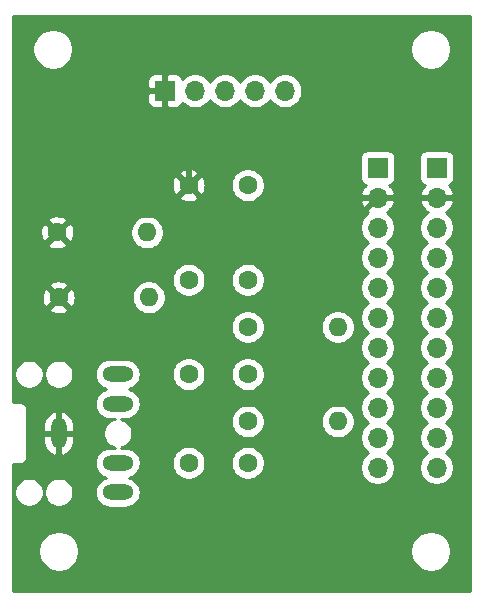
<source format=gbl>
%TF.GenerationSoftware,KiCad,Pcbnew,(5.1.10)-1*%
%TF.CreationDate,2023-06-21T21:16:52+09:00*%
%TF.ProjectId,pokecom_cas_if,706f6b65-636f-46d5-9f63-61735f69662e,rev?*%
%TF.SameCoordinates,Original*%
%TF.FileFunction,Copper,L2,Bot*%
%TF.FilePolarity,Positive*%
%FSLAX46Y46*%
G04 Gerber Fmt 4.6, Leading zero omitted, Abs format (unit mm)*
G04 Created by KiCad (PCBNEW (5.1.10)-1) date 2023-06-21 21:16:52*
%MOMM*%
%LPD*%
G01*
G04 APERTURE LIST*
%TA.AperFunction,ComponentPad*%
%ADD10O,1.600000X1.600000*%
%TD*%
%TA.AperFunction,ComponentPad*%
%ADD11C,1.600000*%
%TD*%
%TA.AperFunction,ComponentPad*%
%ADD12O,1.700000X1.700000*%
%TD*%
%TA.AperFunction,ComponentPad*%
%ADD13R,1.700000X1.700000*%
%TD*%
%TA.AperFunction,ComponentPad*%
%ADD14O,2.616000X1.308000*%
%TD*%
%TA.AperFunction,ComponentPad*%
%ADD15O,1.308000X2.616000*%
%TD*%
%TA.AperFunction,Conductor*%
%ADD16C,0.500000*%
%TD*%
%TA.AperFunction,Conductor*%
%ADD17C,0.254000*%
%TD*%
%TA.AperFunction,Conductor*%
%ADD18C,0.100000*%
%TD*%
G04 APERTURE END LIST*
D10*
%TO.P,R8,2*%
%TO.N,Net-(C2-Pad1)*%
X-343000000Y541000000D03*
D11*
%TO.P,R8,1*%
%TO.N,/+5V*%
X-350620000Y541000000D03*
%TD*%
D10*
%TO.P,R7,2*%
%TO.N,Net-(C3-Pad1)*%
X-342880000Y535500000D03*
D11*
%TO.P,R7,1*%
%TO.N,/+5V*%
X-350500000Y535500000D03*
%TD*%
D10*
%TO.P,R6,2*%
%TO.N,/Xout*%
X-326880000Y525000000D03*
D11*
%TO.P,R6,1*%
%TO.N,Net-(C1-Pad2)*%
X-334500000Y525000000D03*
%TD*%
D10*
%TO.P,R5,2*%
%TO.N,/Xin*%
X-326880000Y533000000D03*
D11*
%TO.P,R5,1*%
%TO.N,Net-(C2-Pad2)*%
X-334500000Y533000000D03*
%TD*%
%TO.P,C4,2*%
%TO.N,/LS1*%
X-334500000Y537000000D03*
%TO.P,C4,1*%
%TO.N,Net-(C2-Pad1)*%
X-339500000Y537000000D03*
%TD*%
%TO.P,C3,2*%
%TO.N,Net-(C1-Pad2)*%
X-334500000Y521500000D03*
%TO.P,C3,1*%
%TO.N,Net-(C3-Pad1)*%
X-339500000Y521500000D03*
%TD*%
%TO.P,C2,2*%
%TO.N,Net-(C2-Pad2)*%
X-334500000Y529000000D03*
%TO.P,C2,1*%
%TO.N,Net-(C2-Pad1)*%
X-339500000Y529000000D03*
%TD*%
%TO.P,C1,2*%
%TO.N,Net-(C1-Pad2)*%
X-334500000Y545000000D03*
%TO.P,C1,1*%
%TO.N,/+5V*%
X-339500000Y545000000D03*
%TD*%
D12*
%TO.P,J1,11*%
%TO.N,/IB5*%
X-318500000Y521100000D03*
%TO.P,J1,10*%
%TO.N,/IB6*%
X-318500000Y523640000D03*
%TO.P,J1,9*%
%TO.N,/IB7*%
X-318500000Y526180000D03*
%TO.P,J1,8*%
%TO.N,/IB8*%
X-318500000Y528720000D03*
%TO.P,J1,7*%
%TO.N,/Xout*%
X-318500000Y531260000D03*
%TO.P,J1,6*%
%TO.N,/Xin*%
X-318500000Y533800000D03*
%TO.P,J1,5*%
%TO.N,/FO2*%
X-318500000Y536340000D03*
%TO.P,J1,4*%
%TO.N,/FO1*%
X-318500000Y538880000D03*
%TO.P,J1,3*%
%TO.N,/VGG*%
X-318500000Y541420000D03*
%TO.P,J1,2*%
%TO.N,/+5V*%
X-318500000Y543960000D03*
D13*
%TO.P,J1,1*%
%TO.N,/LS1*%
X-318500000Y546500000D03*
%TD*%
D12*
%TO.P,J2,11*%
%TO.N,/IB5*%
X-323500000Y521100000D03*
%TO.P,J2,10*%
%TO.N,/IB6*%
X-323500000Y523640000D03*
%TO.P,J2,9*%
%TO.N,/IB7*%
X-323500000Y526180000D03*
%TO.P,J2,8*%
%TO.N,/IB8*%
X-323500000Y528720000D03*
%TO.P,J2,7*%
%TO.N,/Xout*%
X-323500000Y531260000D03*
%TO.P,J2,6*%
%TO.N,/Xin*%
X-323500000Y533800000D03*
%TO.P,J2,5*%
%TO.N,/FO2*%
X-323500000Y536340000D03*
%TO.P,J2,4*%
%TO.N,/FO1*%
X-323500000Y538880000D03*
%TO.P,J2,3*%
%TO.N,/VGG*%
X-323500000Y541420000D03*
%TO.P,J2,2*%
%TO.N,/+5V*%
X-323500000Y543960000D03*
D13*
%TO.P,J2,1*%
%TO.N,/LS1*%
X-323500000Y546500000D03*
%TD*%
D12*
%TO.P,J3,5*%
%TO.N,/VGG*%
X-331340000Y553000000D03*
%TO.P,J3,4*%
%TO.N,Net-(J3-Pad4)*%
X-333880000Y553000000D03*
%TO.P,J3,3*%
%TO.N,Net-(J3-Pad3)*%
X-336420000Y553000000D03*
%TO.P,J3,2*%
%TO.N,Net-(J3-Pad2)*%
X-338960000Y553000000D03*
D13*
%TO.P,J3,1*%
%TO.N,/+5V*%
X-341500000Y553000000D03*
%TD*%
D14*
%TO.P,J4,3*%
%TO.N,Net-(C3-Pad1)*%
X-345500000Y529000000D03*
%TO.P,J4,11*%
%TO.N,Net-(J4-Pad11)*%
X-345500000Y526500000D03*
%TO.P,J4,10*%
%TO.N,Net-(J4-Pad10)*%
X-345500000Y521500000D03*
%TO.P,J4,2*%
%TO.N,Net-(C2-Pad1)*%
X-345500000Y519000000D03*
D15*
%TO.P,J4,1*%
%TO.N,/+5V*%
X-350500000Y524000000D03*
%TD*%
D16*
%TO.N,/+5V*%
X-339500000Y545000000D02*
X-339500000Y548000000D01*
X-341500000Y550000000D02*
X-341500000Y553000000D01*
X-339500000Y548000000D02*
X-341500000Y550000000D01*
X-323500000Y543960000D02*
X-324960000Y542500000D01*
X-337000000Y542500000D02*
X-339500000Y545000000D01*
X-324960000Y542500000D02*
X-337000000Y542500000D01*
%TD*%
D17*
%TO.N,/+5V*%
X-315642499Y510642500D02*
X-354357500Y510642500D01*
X-354357500Y514170883D01*
X-352235000Y514170883D01*
X-352235000Y513829117D01*
X-352168325Y513493919D01*
X-352037537Y513178169D01*
X-351847663Y512894002D01*
X-351605998Y512652337D01*
X-351321831Y512462463D01*
X-351006081Y512331675D01*
X-350670883Y512265000D01*
X-350329117Y512265000D01*
X-349993919Y512331675D01*
X-349678169Y512462463D01*
X-349394002Y512652337D01*
X-349152337Y512894002D01*
X-348962463Y513178169D01*
X-348831675Y513493919D01*
X-348765000Y513829117D01*
X-348765000Y514170883D01*
X-320735000Y514170883D01*
X-320735000Y513829117D01*
X-320668325Y513493919D01*
X-320537537Y513178169D01*
X-320347663Y512894002D01*
X-320105998Y512652337D01*
X-319821831Y512462463D01*
X-319506081Y512331675D01*
X-319170883Y512265000D01*
X-318829117Y512265000D01*
X-318493919Y512331675D01*
X-318178169Y512462463D01*
X-317894002Y512652337D01*
X-317652337Y512894002D01*
X-317462463Y513178169D01*
X-317331675Y513493919D01*
X-317265000Y513829117D01*
X-317265000Y514170883D01*
X-317331675Y514506081D01*
X-317462463Y514821831D01*
X-317652337Y515105998D01*
X-317894002Y515347663D01*
X-318178169Y515537537D01*
X-318493919Y515668325D01*
X-318829117Y515735000D01*
X-319170883Y515735000D01*
X-319506081Y515668325D01*
X-319821831Y515537537D01*
X-320105998Y515347663D01*
X-320347663Y515105998D01*
X-320537537Y514821831D01*
X-320668325Y514506081D01*
X-320735000Y514170883D01*
X-348765000Y514170883D01*
X-348831675Y514506081D01*
X-348962463Y514821831D01*
X-349152337Y515105998D01*
X-349394002Y515347663D01*
X-349678169Y515537537D01*
X-349993919Y515668325D01*
X-350329117Y515735000D01*
X-350670883Y515735000D01*
X-351006081Y515668325D01*
X-351321831Y515537537D01*
X-351605998Y515347663D01*
X-351847663Y515105998D01*
X-352037537Y514821831D01*
X-352168325Y514506081D01*
X-352235000Y514170883D01*
X-354357500Y514170883D01*
X-354357500Y518031557D01*
X-354360000Y518056940D01*
X-354360000Y519121637D01*
X-354235000Y519121637D01*
X-354235000Y518878363D01*
X-354187540Y518639764D01*
X-354094443Y518415008D01*
X-353959287Y518212733D01*
X-353787267Y518040713D01*
X-353584992Y517905557D01*
X-353360236Y517812460D01*
X-353121637Y517765000D01*
X-352878363Y517765000D01*
X-352639764Y517812460D01*
X-352415008Y517905557D01*
X-352212733Y518040713D01*
X-352040713Y518212733D01*
X-351905557Y518415008D01*
X-351812460Y518639764D01*
X-351765000Y518878363D01*
X-351765000Y519121637D01*
X-351735000Y519121637D01*
X-351735000Y518878363D01*
X-351687540Y518639764D01*
X-351594443Y518415008D01*
X-351459287Y518212733D01*
X-351287267Y518040713D01*
X-351084992Y517905557D01*
X-350860236Y517812460D01*
X-350621637Y517765000D01*
X-350378363Y517765000D01*
X-350139764Y517812460D01*
X-349915008Y517905557D01*
X-349712733Y518040713D01*
X-349540713Y518212733D01*
X-349405557Y518415008D01*
X-349312460Y518639764D01*
X-349265000Y518878363D01*
X-349265000Y519121637D01*
X-349312460Y519360236D01*
X-349405557Y519584992D01*
X-349540713Y519787267D01*
X-349712733Y519959287D01*
X-349915008Y520094443D01*
X-350139764Y520187540D01*
X-350378363Y520235000D01*
X-350621637Y520235000D01*
X-350860236Y520187540D01*
X-351084992Y520094443D01*
X-351287267Y519959287D01*
X-351459287Y519787267D01*
X-351594443Y519584992D01*
X-351687540Y519360236D01*
X-351735000Y519121637D01*
X-351765000Y519121637D01*
X-351812460Y519360236D01*
X-351905557Y519584992D01*
X-352040713Y519787267D01*
X-352212733Y519959287D01*
X-352415008Y520094443D01*
X-352639764Y520187540D01*
X-352878363Y520235000D01*
X-353121637Y520235000D01*
X-353360236Y520187540D01*
X-353584992Y520094443D01*
X-353787267Y519959287D01*
X-353959287Y519787267D01*
X-354094443Y519584992D01*
X-354187540Y519360236D01*
X-354235000Y519121637D01*
X-354360000Y519121637D01*
X-354360000Y521360000D01*
X-353831434Y521360000D01*
X-353800000Y521356904D01*
X-353768566Y521360000D01*
X-353674538Y521369261D01*
X-353553898Y521405857D01*
X-353442715Y521465285D01*
X-353345262Y521545262D01*
X-353265285Y521642715D01*
X-353205857Y521753898D01*
X-353169261Y521874538D01*
X-353156904Y522000000D01*
X-353160000Y522031434D01*
X-353160000Y523873000D01*
X-351789000Y523873000D01*
X-351789000Y523219000D01*
X-351739456Y522969969D01*
X-351642280Y522735388D01*
X-351501207Y522524273D01*
X-351321658Y522344736D01*
X-351110533Y522203677D01*
X-350875946Y522106517D01*
X-350826099Y522098932D01*
X-350627000Y522222908D01*
X-350627000Y523873000D01*
X-350373000Y523873000D01*
X-350373000Y522222908D01*
X-350173901Y522098932D01*
X-350124054Y522106517D01*
X-349889467Y522203677D01*
X-349678342Y522344736D01*
X-349498793Y522524273D01*
X-349357720Y522735388D01*
X-349260544Y522969969D01*
X-349211000Y523219000D01*
X-349211000Y523873000D01*
X-350373000Y523873000D01*
X-350627000Y523873000D01*
X-351789000Y523873000D01*
X-353160000Y523873000D01*
X-353160000Y524781000D01*
X-351789000Y524781000D01*
X-351789000Y524127000D01*
X-350627000Y524127000D01*
X-350627000Y525777092D01*
X-350373000Y525777092D01*
X-350373000Y524127000D01*
X-349211000Y524127000D01*
X-349211000Y524781000D01*
X-349260544Y525030031D01*
X-349357720Y525264612D01*
X-349498793Y525475727D01*
X-349678342Y525655264D01*
X-349889467Y525796323D01*
X-350124054Y525893483D01*
X-350173901Y525901068D01*
X-350373000Y525777092D01*
X-350627000Y525777092D01*
X-350826099Y525901068D01*
X-350875946Y525893483D01*
X-351110533Y525796323D01*
X-351321658Y525655264D01*
X-351501207Y525475727D01*
X-351642280Y525264612D01*
X-351739456Y525030031D01*
X-351789000Y524781000D01*
X-353160000Y524781000D01*
X-353160000Y525968566D01*
X-353156904Y526000000D01*
X-353169261Y526125462D01*
X-353205857Y526246102D01*
X-353265285Y526357285D01*
X-353345262Y526454738D01*
X-353442715Y526534715D01*
X-353553898Y526594143D01*
X-353674538Y526630739D01*
X-353768566Y526640000D01*
X-353800000Y526643096D01*
X-353831434Y526640000D01*
X-354360000Y526640000D01*
X-354360000Y529121637D01*
X-354235000Y529121637D01*
X-354235000Y528878363D01*
X-354187540Y528639764D01*
X-354094443Y528415008D01*
X-353959287Y528212733D01*
X-353787267Y528040713D01*
X-353584992Y527905557D01*
X-353360236Y527812460D01*
X-353121637Y527765000D01*
X-352878363Y527765000D01*
X-352639764Y527812460D01*
X-352415008Y527905557D01*
X-352212733Y528040713D01*
X-352040713Y528212733D01*
X-351905557Y528415008D01*
X-351812460Y528639764D01*
X-351765000Y528878363D01*
X-351765000Y529121637D01*
X-351735000Y529121637D01*
X-351735000Y528878363D01*
X-351687540Y528639764D01*
X-351594443Y528415008D01*
X-351459287Y528212733D01*
X-351287267Y528040713D01*
X-351084992Y527905557D01*
X-350860236Y527812460D01*
X-350621637Y527765000D01*
X-350378363Y527765000D01*
X-350139764Y527812460D01*
X-349915008Y527905557D01*
X-349712733Y528040713D01*
X-349540713Y528212733D01*
X-349405557Y528415008D01*
X-349312460Y528639764D01*
X-349265000Y528878363D01*
X-349265000Y529000000D01*
X-347449236Y529000000D01*
X-347424348Y528747312D01*
X-347350642Y528504335D01*
X-347230949Y528280405D01*
X-347069870Y528084130D01*
X-346873595Y527923051D01*
X-346649665Y527803358D01*
X-346473767Y527750000D01*
X-346649665Y527696642D01*
X-346873595Y527576949D01*
X-347069870Y527415870D01*
X-347230949Y527219595D01*
X-347350642Y526995665D01*
X-347424348Y526752688D01*
X-347449236Y526500000D01*
X-347424348Y526247312D01*
X-347350642Y526004335D01*
X-347230949Y525780405D01*
X-347069870Y525584130D01*
X-346873595Y525423051D01*
X-346649665Y525303358D01*
X-346406688Y525229652D01*
X-346217314Y525211000D01*
X-345742294Y525211000D01*
X-345860236Y525187540D01*
X-346084992Y525094443D01*
X-346287267Y524959287D01*
X-346459287Y524787267D01*
X-346594443Y524584992D01*
X-346687540Y524360236D01*
X-346735000Y524121637D01*
X-346735000Y523878363D01*
X-346687540Y523639764D01*
X-346594443Y523415008D01*
X-346459287Y523212733D01*
X-346287267Y523040713D01*
X-346084992Y522905557D01*
X-345860236Y522812460D01*
X-345742294Y522789000D01*
X-346217314Y522789000D01*
X-346406688Y522770348D01*
X-346649665Y522696642D01*
X-346873595Y522576949D01*
X-347069870Y522415870D01*
X-347230949Y522219595D01*
X-347350642Y521995665D01*
X-347424348Y521752688D01*
X-347449236Y521500000D01*
X-347424348Y521247312D01*
X-347350642Y521004335D01*
X-347230949Y520780405D01*
X-347069870Y520584130D01*
X-346873595Y520423051D01*
X-346649665Y520303358D01*
X-346473767Y520250000D01*
X-346649665Y520196642D01*
X-346873595Y520076949D01*
X-347069870Y519915870D01*
X-347230949Y519719595D01*
X-347350642Y519495665D01*
X-347424348Y519252688D01*
X-347449236Y519000000D01*
X-347424348Y518747312D01*
X-347350642Y518504335D01*
X-347230949Y518280405D01*
X-347069870Y518084130D01*
X-346873595Y517923051D01*
X-346649665Y517803358D01*
X-346406688Y517729652D01*
X-346217314Y517711000D01*
X-344782686Y517711000D01*
X-344593312Y517729652D01*
X-344350335Y517803358D01*
X-344126405Y517923051D01*
X-343930130Y518084130D01*
X-343769051Y518280405D01*
X-343649358Y518504335D01*
X-343575652Y518747312D01*
X-343550764Y519000000D01*
X-343575652Y519252688D01*
X-343649358Y519495665D01*
X-343769051Y519719595D01*
X-343930130Y519915870D01*
X-344126405Y520076949D01*
X-344350335Y520196642D01*
X-344526233Y520250000D01*
X-344350335Y520303358D01*
X-344126405Y520423051D01*
X-343930130Y520584130D01*
X-343769051Y520780405D01*
X-343649358Y521004335D01*
X-343575652Y521247312D01*
X-343550764Y521500000D01*
X-343564684Y521641335D01*
X-340935000Y521641335D01*
X-340935000Y521358665D01*
X-340879853Y521081426D01*
X-340771680Y520820273D01*
X-340614637Y520585241D01*
X-340414759Y520385363D01*
X-340179727Y520228320D01*
X-339918574Y520120147D01*
X-339641335Y520065000D01*
X-339358665Y520065000D01*
X-339081426Y520120147D01*
X-338820273Y520228320D01*
X-338585241Y520385363D01*
X-338385363Y520585241D01*
X-338228320Y520820273D01*
X-338120147Y521081426D01*
X-338065000Y521358665D01*
X-338065000Y521641335D01*
X-335935000Y521641335D01*
X-335935000Y521358665D01*
X-335879853Y521081426D01*
X-335771680Y520820273D01*
X-335614637Y520585241D01*
X-335414759Y520385363D01*
X-335179727Y520228320D01*
X-334918574Y520120147D01*
X-334641335Y520065000D01*
X-334358665Y520065000D01*
X-334081426Y520120147D01*
X-333820273Y520228320D01*
X-333585241Y520385363D01*
X-333385363Y520585241D01*
X-333228320Y520820273D01*
X-333120147Y521081426D01*
X-333065000Y521358665D01*
X-333065000Y521641335D01*
X-333120147Y521918574D01*
X-333228320Y522179727D01*
X-333385363Y522414759D01*
X-333585241Y522614637D01*
X-333820273Y522771680D01*
X-334081426Y522879853D01*
X-334358665Y522935000D01*
X-334641335Y522935000D01*
X-334918574Y522879853D01*
X-335179727Y522771680D01*
X-335414759Y522614637D01*
X-335614637Y522414759D01*
X-335771680Y522179727D01*
X-335879853Y521918574D01*
X-335935000Y521641335D01*
X-338065000Y521641335D01*
X-338120147Y521918574D01*
X-338228320Y522179727D01*
X-338385363Y522414759D01*
X-338585241Y522614637D01*
X-338820273Y522771680D01*
X-339081426Y522879853D01*
X-339358665Y522935000D01*
X-339641335Y522935000D01*
X-339918574Y522879853D01*
X-340179727Y522771680D01*
X-340414759Y522614637D01*
X-340614637Y522414759D01*
X-340771680Y522179727D01*
X-340879853Y521918574D01*
X-340935000Y521641335D01*
X-343564684Y521641335D01*
X-343575652Y521752688D01*
X-343649358Y521995665D01*
X-343769051Y522219595D01*
X-343930130Y522415870D01*
X-344126405Y522576949D01*
X-344350335Y522696642D01*
X-344593312Y522770348D01*
X-344782686Y522789000D01*
X-345257706Y522789000D01*
X-345139764Y522812460D01*
X-344915008Y522905557D01*
X-344712733Y523040713D01*
X-344540713Y523212733D01*
X-344405557Y523415008D01*
X-344312460Y523639764D01*
X-344265000Y523878363D01*
X-344265000Y524121637D01*
X-344312460Y524360236D01*
X-344405557Y524584992D01*
X-344540713Y524787267D01*
X-344712733Y524959287D01*
X-344915008Y525094443D01*
X-345028215Y525141335D01*
X-335935000Y525141335D01*
X-335935000Y524858665D01*
X-335879853Y524581426D01*
X-335771680Y524320273D01*
X-335614637Y524085241D01*
X-335414759Y523885363D01*
X-335179727Y523728320D01*
X-334918574Y523620147D01*
X-334641335Y523565000D01*
X-334358665Y523565000D01*
X-334081426Y523620147D01*
X-333820273Y523728320D01*
X-333585241Y523885363D01*
X-333385363Y524085241D01*
X-333228320Y524320273D01*
X-333120147Y524581426D01*
X-333065000Y524858665D01*
X-333065000Y525141335D01*
X-328315000Y525141335D01*
X-328315000Y524858665D01*
X-328259853Y524581426D01*
X-328151680Y524320273D01*
X-327994637Y524085241D01*
X-327794759Y523885363D01*
X-327559727Y523728320D01*
X-327298574Y523620147D01*
X-327021335Y523565000D01*
X-326738665Y523565000D01*
X-326461426Y523620147D01*
X-326200273Y523728320D01*
X-325965241Y523885363D01*
X-325765363Y524085241D01*
X-325608320Y524320273D01*
X-325500147Y524581426D01*
X-325445000Y524858665D01*
X-325445000Y525141335D01*
X-325500147Y525418574D01*
X-325608320Y525679727D01*
X-325765363Y525914759D01*
X-325965241Y526114637D01*
X-326200273Y526271680D01*
X-326461426Y526379853D01*
X-326738665Y526435000D01*
X-327021335Y526435000D01*
X-327298574Y526379853D01*
X-327559727Y526271680D01*
X-327794759Y526114637D01*
X-327994637Y525914759D01*
X-328151680Y525679727D01*
X-328259853Y525418574D01*
X-328315000Y525141335D01*
X-333065000Y525141335D01*
X-333120147Y525418574D01*
X-333228320Y525679727D01*
X-333385363Y525914759D01*
X-333585241Y526114637D01*
X-333820273Y526271680D01*
X-334081426Y526379853D01*
X-334358665Y526435000D01*
X-334641335Y526435000D01*
X-334918574Y526379853D01*
X-335179727Y526271680D01*
X-335414759Y526114637D01*
X-335614637Y525914759D01*
X-335771680Y525679727D01*
X-335879853Y525418574D01*
X-335935000Y525141335D01*
X-345028215Y525141335D01*
X-345139764Y525187540D01*
X-345257706Y525211000D01*
X-344782686Y525211000D01*
X-344593312Y525229652D01*
X-344350335Y525303358D01*
X-344126405Y525423051D01*
X-343930130Y525584130D01*
X-343769051Y525780405D01*
X-343649358Y526004335D01*
X-343575652Y526247312D01*
X-343550764Y526500000D01*
X-343575652Y526752688D01*
X-343649358Y526995665D01*
X-343769051Y527219595D01*
X-343930130Y527415870D01*
X-344126405Y527576949D01*
X-344350335Y527696642D01*
X-344526233Y527750000D01*
X-344350335Y527803358D01*
X-344126405Y527923051D01*
X-343930130Y528084130D01*
X-343769051Y528280405D01*
X-343649358Y528504335D01*
X-343575652Y528747312D01*
X-343550764Y529000000D01*
X-343564684Y529141335D01*
X-340935000Y529141335D01*
X-340935000Y528858665D01*
X-340879853Y528581426D01*
X-340771680Y528320273D01*
X-340614637Y528085241D01*
X-340414759Y527885363D01*
X-340179727Y527728320D01*
X-339918574Y527620147D01*
X-339641335Y527565000D01*
X-339358665Y527565000D01*
X-339081426Y527620147D01*
X-338820273Y527728320D01*
X-338585241Y527885363D01*
X-338385363Y528085241D01*
X-338228320Y528320273D01*
X-338120147Y528581426D01*
X-338065000Y528858665D01*
X-338065000Y529141335D01*
X-335935000Y529141335D01*
X-335935000Y528858665D01*
X-335879853Y528581426D01*
X-335771680Y528320273D01*
X-335614637Y528085241D01*
X-335414759Y527885363D01*
X-335179727Y527728320D01*
X-334918574Y527620147D01*
X-334641335Y527565000D01*
X-334358665Y527565000D01*
X-334081426Y527620147D01*
X-333820273Y527728320D01*
X-333585241Y527885363D01*
X-333385363Y528085241D01*
X-333228320Y528320273D01*
X-333120147Y528581426D01*
X-333065000Y528858665D01*
X-333065000Y529141335D01*
X-333120147Y529418574D01*
X-333228320Y529679727D01*
X-333385363Y529914759D01*
X-333585241Y530114637D01*
X-333820273Y530271680D01*
X-334081426Y530379853D01*
X-334358665Y530435000D01*
X-334641335Y530435000D01*
X-334918574Y530379853D01*
X-335179727Y530271680D01*
X-335414759Y530114637D01*
X-335614637Y529914759D01*
X-335771680Y529679727D01*
X-335879853Y529418574D01*
X-335935000Y529141335D01*
X-338065000Y529141335D01*
X-338120147Y529418574D01*
X-338228320Y529679727D01*
X-338385363Y529914759D01*
X-338585241Y530114637D01*
X-338820273Y530271680D01*
X-339081426Y530379853D01*
X-339358665Y530435000D01*
X-339641335Y530435000D01*
X-339918574Y530379853D01*
X-340179727Y530271680D01*
X-340414759Y530114637D01*
X-340614637Y529914759D01*
X-340771680Y529679727D01*
X-340879853Y529418574D01*
X-340935000Y529141335D01*
X-343564684Y529141335D01*
X-343575652Y529252688D01*
X-343649358Y529495665D01*
X-343769051Y529719595D01*
X-343930130Y529915870D01*
X-344126405Y530076949D01*
X-344350335Y530196642D01*
X-344593312Y530270348D01*
X-344782686Y530289000D01*
X-346217314Y530289000D01*
X-346406688Y530270348D01*
X-346649665Y530196642D01*
X-346873595Y530076949D01*
X-347069870Y529915870D01*
X-347230949Y529719595D01*
X-347350642Y529495665D01*
X-347424348Y529252688D01*
X-347449236Y529000000D01*
X-349265000Y529000000D01*
X-349265000Y529121637D01*
X-349312460Y529360236D01*
X-349405557Y529584992D01*
X-349540713Y529787267D01*
X-349712733Y529959287D01*
X-349915008Y530094443D01*
X-350139764Y530187540D01*
X-350378363Y530235000D01*
X-350621637Y530235000D01*
X-350860236Y530187540D01*
X-351084992Y530094443D01*
X-351287267Y529959287D01*
X-351459287Y529787267D01*
X-351594443Y529584992D01*
X-351687540Y529360236D01*
X-351735000Y529121637D01*
X-351765000Y529121637D01*
X-351812460Y529360236D01*
X-351905557Y529584992D01*
X-352040713Y529787267D01*
X-352212733Y529959287D01*
X-352415008Y530094443D01*
X-352639764Y530187540D01*
X-352878363Y530235000D01*
X-353121637Y530235000D01*
X-353360236Y530187540D01*
X-353584992Y530094443D01*
X-353787267Y529959287D01*
X-353959287Y529787267D01*
X-354094443Y529584992D01*
X-354187540Y529360236D01*
X-354235000Y529121637D01*
X-354360000Y529121637D01*
X-354360000Y529943060D01*
X-354357500Y529968443D01*
X-354357500Y533141335D01*
X-335935000Y533141335D01*
X-335935000Y532858665D01*
X-335879853Y532581426D01*
X-335771680Y532320273D01*
X-335614637Y532085241D01*
X-335414759Y531885363D01*
X-335179727Y531728320D01*
X-334918574Y531620147D01*
X-334641335Y531565000D01*
X-334358665Y531565000D01*
X-334081426Y531620147D01*
X-333820273Y531728320D01*
X-333585241Y531885363D01*
X-333385363Y532085241D01*
X-333228320Y532320273D01*
X-333120147Y532581426D01*
X-333065000Y532858665D01*
X-333065000Y533141335D01*
X-328315000Y533141335D01*
X-328315000Y532858665D01*
X-328259853Y532581426D01*
X-328151680Y532320273D01*
X-327994637Y532085241D01*
X-327794759Y531885363D01*
X-327559727Y531728320D01*
X-327298574Y531620147D01*
X-327021335Y531565000D01*
X-326738665Y531565000D01*
X-326461426Y531620147D01*
X-326200273Y531728320D01*
X-325965241Y531885363D01*
X-325765363Y532085241D01*
X-325608320Y532320273D01*
X-325500147Y532581426D01*
X-325445000Y532858665D01*
X-325445000Y533141335D01*
X-325500147Y533418574D01*
X-325608320Y533679727D01*
X-325765363Y533914759D01*
X-325965241Y534114637D01*
X-326200273Y534271680D01*
X-326461426Y534379853D01*
X-326738665Y534435000D01*
X-327021335Y534435000D01*
X-327298574Y534379853D01*
X-327559727Y534271680D01*
X-327794759Y534114637D01*
X-327994637Y533914759D01*
X-328151680Y533679727D01*
X-328259853Y533418574D01*
X-328315000Y533141335D01*
X-333065000Y533141335D01*
X-333120147Y533418574D01*
X-333228320Y533679727D01*
X-333385363Y533914759D01*
X-333585241Y534114637D01*
X-333820273Y534271680D01*
X-334081426Y534379853D01*
X-334358665Y534435000D01*
X-334641335Y534435000D01*
X-334918574Y534379853D01*
X-335179727Y534271680D01*
X-335414759Y534114637D01*
X-335614637Y533914759D01*
X-335771680Y533679727D01*
X-335879853Y533418574D01*
X-335935000Y533141335D01*
X-354357500Y533141335D01*
X-354357500Y534507298D01*
X-351313097Y534507298D01*
X-351241514Y534263329D01*
X-350986004Y534142429D01*
X-350711816Y534073700D01*
X-350429488Y534059783D01*
X-350149870Y534101213D01*
X-349883708Y534196397D01*
X-349758486Y534263329D01*
X-349686903Y534507298D01*
X-350500000Y535320395D01*
X-351313097Y534507298D01*
X-354357500Y534507298D01*
X-354357500Y535429488D01*
X-351940217Y535429488D01*
X-351898787Y535149870D01*
X-351803603Y534883708D01*
X-351736671Y534758486D01*
X-351492702Y534686903D01*
X-350679605Y535500000D01*
X-350320395Y535500000D01*
X-349507298Y534686903D01*
X-349263329Y534758486D01*
X-349142429Y535013996D01*
X-349073700Y535288184D01*
X-349059783Y535570512D01*
X-349070276Y535641335D01*
X-344315000Y535641335D01*
X-344315000Y535358665D01*
X-344259853Y535081426D01*
X-344151680Y534820273D01*
X-343994637Y534585241D01*
X-343794759Y534385363D01*
X-343559727Y534228320D01*
X-343298574Y534120147D01*
X-343021335Y534065000D01*
X-342738665Y534065000D01*
X-342461426Y534120147D01*
X-342200273Y534228320D01*
X-341965241Y534385363D01*
X-341765363Y534585241D01*
X-341608320Y534820273D01*
X-341500147Y535081426D01*
X-341445000Y535358665D01*
X-341445000Y535641335D01*
X-341500147Y535918574D01*
X-341608320Y536179727D01*
X-341765363Y536414759D01*
X-341965241Y536614637D01*
X-342200273Y536771680D01*
X-342461426Y536879853D01*
X-342738665Y536935000D01*
X-343021335Y536935000D01*
X-343298574Y536879853D01*
X-343559727Y536771680D01*
X-343794759Y536614637D01*
X-343994637Y536414759D01*
X-344151680Y536179727D01*
X-344259853Y535918574D01*
X-344315000Y535641335D01*
X-349070276Y535641335D01*
X-349101213Y535850130D01*
X-349196397Y536116292D01*
X-349263329Y536241514D01*
X-349507298Y536313097D01*
X-350320395Y535500000D01*
X-350679605Y535500000D01*
X-351492702Y536313097D01*
X-351736671Y536241514D01*
X-351857571Y535986004D01*
X-351926300Y535711816D01*
X-351940217Y535429488D01*
X-354357500Y535429488D01*
X-354357500Y536492702D01*
X-351313097Y536492702D01*
X-350500000Y535679605D01*
X-349686903Y536492702D01*
X-349758486Y536736671D01*
X-350013996Y536857571D01*
X-350288184Y536926300D01*
X-350570512Y536940217D01*
X-350850130Y536898787D01*
X-351116292Y536803603D01*
X-351241514Y536736671D01*
X-351313097Y536492702D01*
X-354357500Y536492702D01*
X-354357500Y537141335D01*
X-340935000Y537141335D01*
X-340935000Y536858665D01*
X-340879853Y536581426D01*
X-340771680Y536320273D01*
X-340614637Y536085241D01*
X-340414759Y535885363D01*
X-340179727Y535728320D01*
X-339918574Y535620147D01*
X-339641335Y535565000D01*
X-339358665Y535565000D01*
X-339081426Y535620147D01*
X-338820273Y535728320D01*
X-338585241Y535885363D01*
X-338385363Y536085241D01*
X-338228320Y536320273D01*
X-338120147Y536581426D01*
X-338065000Y536858665D01*
X-338065000Y537141335D01*
X-335935000Y537141335D01*
X-335935000Y536858665D01*
X-335879853Y536581426D01*
X-335771680Y536320273D01*
X-335614637Y536085241D01*
X-335414759Y535885363D01*
X-335179727Y535728320D01*
X-334918574Y535620147D01*
X-334641335Y535565000D01*
X-334358665Y535565000D01*
X-334081426Y535620147D01*
X-333820273Y535728320D01*
X-333585241Y535885363D01*
X-333385363Y536085241D01*
X-333228320Y536320273D01*
X-333120147Y536581426D01*
X-333065000Y536858665D01*
X-333065000Y537141335D01*
X-333120147Y537418574D01*
X-333228320Y537679727D01*
X-333385363Y537914759D01*
X-333585241Y538114637D01*
X-333820273Y538271680D01*
X-334081426Y538379853D01*
X-334358665Y538435000D01*
X-334641335Y538435000D01*
X-334918574Y538379853D01*
X-335179727Y538271680D01*
X-335414759Y538114637D01*
X-335614637Y537914759D01*
X-335771680Y537679727D01*
X-335879853Y537418574D01*
X-335935000Y537141335D01*
X-338065000Y537141335D01*
X-338120147Y537418574D01*
X-338228320Y537679727D01*
X-338385363Y537914759D01*
X-338585241Y538114637D01*
X-338820273Y538271680D01*
X-339081426Y538379853D01*
X-339358665Y538435000D01*
X-339641335Y538435000D01*
X-339918574Y538379853D01*
X-340179727Y538271680D01*
X-340414759Y538114637D01*
X-340614637Y537914759D01*
X-340771680Y537679727D01*
X-340879853Y537418574D01*
X-340935000Y537141335D01*
X-354357500Y537141335D01*
X-354357500Y540007298D01*
X-351433097Y540007298D01*
X-351361514Y539763329D01*
X-351106004Y539642429D01*
X-350831816Y539573700D01*
X-350549488Y539559783D01*
X-350269870Y539601213D01*
X-350003708Y539696397D01*
X-349878486Y539763329D01*
X-349806903Y540007298D01*
X-350620000Y540820395D01*
X-351433097Y540007298D01*
X-354357500Y540007298D01*
X-354357500Y540929488D01*
X-352060217Y540929488D01*
X-352018787Y540649870D01*
X-351923603Y540383708D01*
X-351856671Y540258486D01*
X-351612702Y540186903D01*
X-350799605Y541000000D01*
X-350440395Y541000000D01*
X-349627298Y540186903D01*
X-349383329Y540258486D01*
X-349262429Y540513996D01*
X-349193700Y540788184D01*
X-349179783Y541070512D01*
X-349190276Y541141335D01*
X-344435000Y541141335D01*
X-344435000Y540858665D01*
X-344379853Y540581426D01*
X-344271680Y540320273D01*
X-344114637Y540085241D01*
X-343914759Y539885363D01*
X-343679727Y539728320D01*
X-343418574Y539620147D01*
X-343141335Y539565000D01*
X-342858665Y539565000D01*
X-342581426Y539620147D01*
X-342320273Y539728320D01*
X-342085241Y539885363D01*
X-341885363Y540085241D01*
X-341728320Y540320273D01*
X-341620147Y540581426D01*
X-341565000Y540858665D01*
X-341565000Y541141335D01*
X-341620147Y541418574D01*
X-341681320Y541566260D01*
X-324985000Y541566260D01*
X-324985000Y541273740D01*
X-324927932Y540986842D01*
X-324815990Y540716589D01*
X-324653475Y540473368D01*
X-324446632Y540266525D01*
X-324272240Y540150000D01*
X-324446632Y540033475D01*
X-324653475Y539826632D01*
X-324815990Y539583411D01*
X-324927932Y539313158D01*
X-324985000Y539026260D01*
X-324985000Y538733740D01*
X-324927932Y538446842D01*
X-324815990Y538176589D01*
X-324653475Y537933368D01*
X-324446632Y537726525D01*
X-324272240Y537610000D01*
X-324446632Y537493475D01*
X-324653475Y537286632D01*
X-324815990Y537043411D01*
X-324927932Y536773158D01*
X-324985000Y536486260D01*
X-324985000Y536193740D01*
X-324927932Y535906842D01*
X-324815990Y535636589D01*
X-324653475Y535393368D01*
X-324446632Y535186525D01*
X-324272240Y535070000D01*
X-324446632Y534953475D01*
X-324653475Y534746632D01*
X-324815990Y534503411D01*
X-324927932Y534233158D01*
X-324985000Y533946260D01*
X-324985000Y533653740D01*
X-324927932Y533366842D01*
X-324815990Y533096589D01*
X-324653475Y532853368D01*
X-324446632Y532646525D01*
X-324272240Y532530000D01*
X-324446632Y532413475D01*
X-324653475Y532206632D01*
X-324815990Y531963411D01*
X-324927932Y531693158D01*
X-324985000Y531406260D01*
X-324985000Y531113740D01*
X-324927932Y530826842D01*
X-324815990Y530556589D01*
X-324653475Y530313368D01*
X-324446632Y530106525D01*
X-324272240Y529990000D01*
X-324446632Y529873475D01*
X-324653475Y529666632D01*
X-324815990Y529423411D01*
X-324927932Y529153158D01*
X-324985000Y528866260D01*
X-324985000Y528573740D01*
X-324927932Y528286842D01*
X-324815990Y528016589D01*
X-324653475Y527773368D01*
X-324446632Y527566525D01*
X-324272240Y527450000D01*
X-324446632Y527333475D01*
X-324653475Y527126632D01*
X-324815990Y526883411D01*
X-324927932Y526613158D01*
X-324985000Y526326260D01*
X-324985000Y526033740D01*
X-324927932Y525746842D01*
X-324815990Y525476589D01*
X-324653475Y525233368D01*
X-324446632Y525026525D01*
X-324272240Y524910000D01*
X-324446632Y524793475D01*
X-324653475Y524586632D01*
X-324815990Y524343411D01*
X-324927932Y524073158D01*
X-324985000Y523786260D01*
X-324985000Y523493740D01*
X-324927932Y523206842D01*
X-324815990Y522936589D01*
X-324653475Y522693368D01*
X-324446632Y522486525D01*
X-324272240Y522370000D01*
X-324446632Y522253475D01*
X-324653475Y522046632D01*
X-324815990Y521803411D01*
X-324927932Y521533158D01*
X-324985000Y521246260D01*
X-324985000Y520953740D01*
X-324927932Y520666842D01*
X-324815990Y520396589D01*
X-324653475Y520153368D01*
X-324446632Y519946525D01*
X-324203411Y519784010D01*
X-323933158Y519672068D01*
X-323646260Y519615000D01*
X-323353740Y519615000D01*
X-323066842Y519672068D01*
X-322796589Y519784010D01*
X-322553368Y519946525D01*
X-322346525Y520153368D01*
X-322184010Y520396589D01*
X-322072068Y520666842D01*
X-322015000Y520953740D01*
X-322015000Y521246260D01*
X-322072068Y521533158D01*
X-322184010Y521803411D01*
X-322346525Y522046632D01*
X-322553368Y522253475D01*
X-322727760Y522370000D01*
X-322553368Y522486525D01*
X-322346525Y522693368D01*
X-322184010Y522936589D01*
X-322072068Y523206842D01*
X-322015000Y523493740D01*
X-322015000Y523786260D01*
X-322072068Y524073158D01*
X-322184010Y524343411D01*
X-322346525Y524586632D01*
X-322553368Y524793475D01*
X-322727760Y524910000D01*
X-322553368Y525026525D01*
X-322346525Y525233368D01*
X-322184010Y525476589D01*
X-322072068Y525746842D01*
X-322015000Y526033740D01*
X-322015000Y526326260D01*
X-322072068Y526613158D01*
X-322184010Y526883411D01*
X-322346525Y527126632D01*
X-322553368Y527333475D01*
X-322727760Y527450000D01*
X-322553368Y527566525D01*
X-322346525Y527773368D01*
X-322184010Y528016589D01*
X-322072068Y528286842D01*
X-322015000Y528573740D01*
X-322015000Y528866260D01*
X-322072068Y529153158D01*
X-322184010Y529423411D01*
X-322346525Y529666632D01*
X-322553368Y529873475D01*
X-322727760Y529990000D01*
X-322553368Y530106525D01*
X-322346525Y530313368D01*
X-322184010Y530556589D01*
X-322072068Y530826842D01*
X-322015000Y531113740D01*
X-322015000Y531406260D01*
X-322072068Y531693158D01*
X-322184010Y531963411D01*
X-322346525Y532206632D01*
X-322553368Y532413475D01*
X-322727760Y532530000D01*
X-322553368Y532646525D01*
X-322346525Y532853368D01*
X-322184010Y533096589D01*
X-322072068Y533366842D01*
X-322015000Y533653740D01*
X-322015000Y533946260D01*
X-322072068Y534233158D01*
X-322184010Y534503411D01*
X-322346525Y534746632D01*
X-322553368Y534953475D01*
X-322727760Y535070000D01*
X-322553368Y535186525D01*
X-322346525Y535393368D01*
X-322184010Y535636589D01*
X-322072068Y535906842D01*
X-322015000Y536193740D01*
X-322015000Y536486260D01*
X-322072068Y536773158D01*
X-322184010Y537043411D01*
X-322346525Y537286632D01*
X-322553368Y537493475D01*
X-322727760Y537610000D01*
X-322553368Y537726525D01*
X-322346525Y537933368D01*
X-322184010Y538176589D01*
X-322072068Y538446842D01*
X-322015000Y538733740D01*
X-322015000Y539026260D01*
X-322072068Y539313158D01*
X-322184010Y539583411D01*
X-322346525Y539826632D01*
X-322553368Y540033475D01*
X-322727760Y540150000D01*
X-322553368Y540266525D01*
X-322346525Y540473368D01*
X-322184010Y540716589D01*
X-322072068Y540986842D01*
X-322015000Y541273740D01*
X-322015000Y541566260D01*
X-319985000Y541566260D01*
X-319985000Y541273740D01*
X-319927932Y540986842D01*
X-319815990Y540716589D01*
X-319653475Y540473368D01*
X-319446632Y540266525D01*
X-319272240Y540150000D01*
X-319446632Y540033475D01*
X-319653475Y539826632D01*
X-319815990Y539583411D01*
X-319927932Y539313158D01*
X-319985000Y539026260D01*
X-319985000Y538733740D01*
X-319927932Y538446842D01*
X-319815990Y538176589D01*
X-319653475Y537933368D01*
X-319446632Y537726525D01*
X-319272240Y537610000D01*
X-319446632Y537493475D01*
X-319653475Y537286632D01*
X-319815990Y537043411D01*
X-319927932Y536773158D01*
X-319985000Y536486260D01*
X-319985000Y536193740D01*
X-319927932Y535906842D01*
X-319815990Y535636589D01*
X-319653475Y535393368D01*
X-319446632Y535186525D01*
X-319272240Y535070000D01*
X-319446632Y534953475D01*
X-319653475Y534746632D01*
X-319815990Y534503411D01*
X-319927932Y534233158D01*
X-319985000Y533946260D01*
X-319985000Y533653740D01*
X-319927932Y533366842D01*
X-319815990Y533096589D01*
X-319653475Y532853368D01*
X-319446632Y532646525D01*
X-319272240Y532530000D01*
X-319446632Y532413475D01*
X-319653475Y532206632D01*
X-319815990Y531963411D01*
X-319927932Y531693158D01*
X-319985000Y531406260D01*
X-319985000Y531113740D01*
X-319927932Y530826842D01*
X-319815990Y530556589D01*
X-319653475Y530313368D01*
X-319446632Y530106525D01*
X-319272240Y529990000D01*
X-319446632Y529873475D01*
X-319653475Y529666632D01*
X-319815990Y529423411D01*
X-319927932Y529153158D01*
X-319985000Y528866260D01*
X-319985000Y528573740D01*
X-319927932Y528286842D01*
X-319815990Y528016589D01*
X-319653475Y527773368D01*
X-319446632Y527566525D01*
X-319272240Y527450000D01*
X-319446632Y527333475D01*
X-319653475Y527126632D01*
X-319815990Y526883411D01*
X-319927932Y526613158D01*
X-319985000Y526326260D01*
X-319985000Y526033740D01*
X-319927932Y525746842D01*
X-319815990Y525476589D01*
X-319653475Y525233368D01*
X-319446632Y525026525D01*
X-319272240Y524910000D01*
X-319446632Y524793475D01*
X-319653475Y524586632D01*
X-319815990Y524343411D01*
X-319927932Y524073158D01*
X-319985000Y523786260D01*
X-319985000Y523493740D01*
X-319927932Y523206842D01*
X-319815990Y522936589D01*
X-319653475Y522693368D01*
X-319446632Y522486525D01*
X-319272240Y522370000D01*
X-319446632Y522253475D01*
X-319653475Y522046632D01*
X-319815990Y521803411D01*
X-319927932Y521533158D01*
X-319985000Y521246260D01*
X-319985000Y520953740D01*
X-319927932Y520666842D01*
X-319815990Y520396589D01*
X-319653475Y520153368D01*
X-319446632Y519946525D01*
X-319203411Y519784010D01*
X-318933158Y519672068D01*
X-318646260Y519615000D01*
X-318353740Y519615000D01*
X-318066842Y519672068D01*
X-317796589Y519784010D01*
X-317553368Y519946525D01*
X-317346525Y520153368D01*
X-317184010Y520396589D01*
X-317072068Y520666842D01*
X-317015000Y520953740D01*
X-317015000Y521246260D01*
X-317072068Y521533158D01*
X-317184010Y521803411D01*
X-317346525Y522046632D01*
X-317553368Y522253475D01*
X-317727760Y522370000D01*
X-317553368Y522486525D01*
X-317346525Y522693368D01*
X-317184010Y522936589D01*
X-317072068Y523206842D01*
X-317015000Y523493740D01*
X-317015000Y523786260D01*
X-317072068Y524073158D01*
X-317184010Y524343411D01*
X-317346525Y524586632D01*
X-317553368Y524793475D01*
X-317727760Y524910000D01*
X-317553368Y525026525D01*
X-317346525Y525233368D01*
X-317184010Y525476589D01*
X-317072068Y525746842D01*
X-317015000Y526033740D01*
X-317015000Y526326260D01*
X-317072068Y526613158D01*
X-317184010Y526883411D01*
X-317346525Y527126632D01*
X-317553368Y527333475D01*
X-317727760Y527450000D01*
X-317553368Y527566525D01*
X-317346525Y527773368D01*
X-317184010Y528016589D01*
X-317072068Y528286842D01*
X-317015000Y528573740D01*
X-317015000Y528866260D01*
X-317072068Y529153158D01*
X-317184010Y529423411D01*
X-317346525Y529666632D01*
X-317553368Y529873475D01*
X-317727760Y529990000D01*
X-317553368Y530106525D01*
X-317346525Y530313368D01*
X-317184010Y530556589D01*
X-317072068Y530826842D01*
X-317015000Y531113740D01*
X-317015000Y531406260D01*
X-317072068Y531693158D01*
X-317184010Y531963411D01*
X-317346525Y532206632D01*
X-317553368Y532413475D01*
X-317727760Y532530000D01*
X-317553368Y532646525D01*
X-317346525Y532853368D01*
X-317184010Y533096589D01*
X-317072068Y533366842D01*
X-317015000Y533653740D01*
X-317015000Y533946260D01*
X-317072068Y534233158D01*
X-317184010Y534503411D01*
X-317346525Y534746632D01*
X-317553368Y534953475D01*
X-317727760Y535070000D01*
X-317553368Y535186525D01*
X-317346525Y535393368D01*
X-317184010Y535636589D01*
X-317072068Y535906842D01*
X-317015000Y536193740D01*
X-317015000Y536486260D01*
X-317072068Y536773158D01*
X-317184010Y537043411D01*
X-317346525Y537286632D01*
X-317553368Y537493475D01*
X-317727760Y537610000D01*
X-317553368Y537726525D01*
X-317346525Y537933368D01*
X-317184010Y538176589D01*
X-317072068Y538446842D01*
X-317015000Y538733740D01*
X-317015000Y539026260D01*
X-317072068Y539313158D01*
X-317184010Y539583411D01*
X-317346525Y539826632D01*
X-317553368Y540033475D01*
X-317727760Y540150000D01*
X-317553368Y540266525D01*
X-317346525Y540473368D01*
X-317184010Y540716589D01*
X-317072068Y540986842D01*
X-317015000Y541273740D01*
X-317015000Y541566260D01*
X-317072068Y541853158D01*
X-317184010Y542123411D01*
X-317346525Y542366632D01*
X-317553368Y542573475D01*
X-317735534Y542695195D01*
X-317618645Y542764822D01*
X-317402412Y542959731D01*
X-317228359Y543193080D01*
X-317103175Y543455901D01*
X-317058524Y543603110D01*
X-317179845Y543833000D01*
X-318373000Y543833000D01*
X-318373000Y543813000D01*
X-318627000Y543813000D01*
X-318627000Y543833000D01*
X-319820155Y543833000D01*
X-319941476Y543603110D01*
X-319896825Y543455901D01*
X-319771641Y543193080D01*
X-319597588Y542959731D01*
X-319381355Y542764822D01*
X-319264466Y542695195D01*
X-319446632Y542573475D01*
X-319653475Y542366632D01*
X-319815990Y542123411D01*
X-319927932Y541853158D01*
X-319985000Y541566260D01*
X-322015000Y541566260D01*
X-322072068Y541853158D01*
X-322184010Y542123411D01*
X-322346525Y542366632D01*
X-322553368Y542573475D01*
X-322735534Y542695195D01*
X-322618645Y542764822D01*
X-322402412Y542959731D01*
X-322228359Y543193080D01*
X-322103175Y543455901D01*
X-322058524Y543603110D01*
X-322179845Y543833000D01*
X-323373000Y543833000D01*
X-323373000Y543813000D01*
X-323627000Y543813000D01*
X-323627000Y543833000D01*
X-324820155Y543833000D01*
X-324941476Y543603110D01*
X-324896825Y543455901D01*
X-324771641Y543193080D01*
X-324597588Y542959731D01*
X-324381355Y542764822D01*
X-324264466Y542695195D01*
X-324446632Y542573475D01*
X-324653475Y542366632D01*
X-324815990Y542123411D01*
X-324927932Y541853158D01*
X-324985000Y541566260D01*
X-341681320Y541566260D01*
X-341728320Y541679727D01*
X-341885363Y541914759D01*
X-342085241Y542114637D01*
X-342320273Y542271680D01*
X-342581426Y542379853D01*
X-342858665Y542435000D01*
X-343141335Y542435000D01*
X-343418574Y542379853D01*
X-343679727Y542271680D01*
X-343914759Y542114637D01*
X-344114637Y541914759D01*
X-344271680Y541679727D01*
X-344379853Y541418574D01*
X-344435000Y541141335D01*
X-349190276Y541141335D01*
X-349221213Y541350130D01*
X-349316397Y541616292D01*
X-349383329Y541741514D01*
X-349627298Y541813097D01*
X-350440395Y541000000D01*
X-350799605Y541000000D01*
X-351612702Y541813097D01*
X-351856671Y541741514D01*
X-351977571Y541486004D01*
X-352046300Y541211816D01*
X-352060217Y540929488D01*
X-354357500Y540929488D01*
X-354357500Y541992702D01*
X-351433097Y541992702D01*
X-350620000Y541179605D01*
X-349806903Y541992702D01*
X-349878486Y542236671D01*
X-350133996Y542357571D01*
X-350408184Y542426300D01*
X-350690512Y542440217D01*
X-350970130Y542398787D01*
X-351236292Y542303603D01*
X-351361514Y542236671D01*
X-351433097Y541992702D01*
X-354357500Y541992702D01*
X-354357500Y544007298D01*
X-340313097Y544007298D01*
X-340241514Y543763329D01*
X-339986004Y543642429D01*
X-339711816Y543573700D01*
X-339429488Y543559783D01*
X-339149870Y543601213D01*
X-338883708Y543696397D01*
X-338758486Y543763329D01*
X-338686903Y544007298D01*
X-339500000Y544820395D01*
X-340313097Y544007298D01*
X-354357500Y544007298D01*
X-354357500Y544929488D01*
X-340940217Y544929488D01*
X-340898787Y544649870D01*
X-340803603Y544383708D01*
X-340736671Y544258486D01*
X-340492702Y544186903D01*
X-339679605Y545000000D01*
X-339320395Y545000000D01*
X-338507298Y544186903D01*
X-338263329Y544258486D01*
X-338142429Y544513996D01*
X-338073700Y544788184D01*
X-338059783Y545070512D01*
X-338070276Y545141335D01*
X-335935000Y545141335D01*
X-335935000Y544858665D01*
X-335879853Y544581426D01*
X-335771680Y544320273D01*
X-335614637Y544085241D01*
X-335414759Y543885363D01*
X-335179727Y543728320D01*
X-334918574Y543620147D01*
X-334641335Y543565000D01*
X-334358665Y543565000D01*
X-334081426Y543620147D01*
X-333820273Y543728320D01*
X-333585241Y543885363D01*
X-333385363Y544085241D01*
X-333228320Y544320273D01*
X-333120147Y544581426D01*
X-333065000Y544858665D01*
X-333065000Y545141335D01*
X-333120147Y545418574D01*
X-333228320Y545679727D01*
X-333385363Y545914759D01*
X-333585241Y546114637D01*
X-333820273Y546271680D01*
X-334081426Y546379853D01*
X-334358665Y546435000D01*
X-334641335Y546435000D01*
X-334918574Y546379853D01*
X-335179727Y546271680D01*
X-335414759Y546114637D01*
X-335614637Y545914759D01*
X-335771680Y545679727D01*
X-335879853Y545418574D01*
X-335935000Y545141335D01*
X-338070276Y545141335D01*
X-338101213Y545350130D01*
X-338196397Y545616292D01*
X-338263329Y545741514D01*
X-338507298Y545813097D01*
X-339320395Y545000000D01*
X-339679605Y545000000D01*
X-340492702Y545813097D01*
X-340736671Y545741514D01*
X-340857571Y545486004D01*
X-340926300Y545211816D01*
X-340940217Y544929488D01*
X-354357500Y544929488D01*
X-354357500Y545992702D01*
X-340313097Y545992702D01*
X-339500000Y545179605D01*
X-338686903Y545992702D01*
X-338758486Y546236671D01*
X-339013996Y546357571D01*
X-339288184Y546426300D01*
X-339570512Y546440217D01*
X-339850130Y546398787D01*
X-340116292Y546303603D01*
X-340241514Y546236671D01*
X-340313097Y545992702D01*
X-354357500Y545992702D01*
X-354357500Y547350000D01*
X-324988072Y547350000D01*
X-324988072Y545650000D01*
X-324975812Y545525518D01*
X-324939502Y545405820D01*
X-324880537Y545295506D01*
X-324801185Y545198815D01*
X-324704494Y545119463D01*
X-324594180Y545060498D01*
X-324513534Y545036034D01*
X-324597588Y544960269D01*
X-324771641Y544726920D01*
X-324896825Y544464099D01*
X-324941476Y544316890D01*
X-324820155Y544087000D01*
X-323627000Y544087000D01*
X-323627000Y544107000D01*
X-323373000Y544107000D01*
X-323373000Y544087000D01*
X-322179845Y544087000D01*
X-322058524Y544316890D01*
X-322103175Y544464099D01*
X-322228359Y544726920D01*
X-322402412Y544960269D01*
X-322486466Y545036034D01*
X-322405820Y545060498D01*
X-322295506Y545119463D01*
X-322198815Y545198815D01*
X-322119463Y545295506D01*
X-322060498Y545405820D01*
X-322024188Y545525518D01*
X-322011928Y545650000D01*
X-322011928Y547350000D01*
X-319988072Y547350000D01*
X-319988072Y545650000D01*
X-319975812Y545525518D01*
X-319939502Y545405820D01*
X-319880537Y545295506D01*
X-319801185Y545198815D01*
X-319704494Y545119463D01*
X-319594180Y545060498D01*
X-319513534Y545036034D01*
X-319597588Y544960269D01*
X-319771641Y544726920D01*
X-319896825Y544464099D01*
X-319941476Y544316890D01*
X-319820155Y544087000D01*
X-318627000Y544087000D01*
X-318627000Y544107000D01*
X-318373000Y544107000D01*
X-318373000Y544087000D01*
X-317179845Y544087000D01*
X-317058524Y544316890D01*
X-317103175Y544464099D01*
X-317228359Y544726920D01*
X-317402412Y544960269D01*
X-317486466Y545036034D01*
X-317405820Y545060498D01*
X-317295506Y545119463D01*
X-317198815Y545198815D01*
X-317119463Y545295506D01*
X-317060498Y545405820D01*
X-317024188Y545525518D01*
X-317011928Y545650000D01*
X-317011928Y547350000D01*
X-317024188Y547474482D01*
X-317060498Y547594180D01*
X-317119463Y547704494D01*
X-317198815Y547801185D01*
X-317295506Y547880537D01*
X-317405820Y547939502D01*
X-317525518Y547975812D01*
X-317650000Y547988072D01*
X-319350000Y547988072D01*
X-319474482Y547975812D01*
X-319594180Y547939502D01*
X-319704494Y547880537D01*
X-319801185Y547801185D01*
X-319880537Y547704494D01*
X-319939502Y547594180D01*
X-319975812Y547474482D01*
X-319988072Y547350000D01*
X-322011928Y547350000D01*
X-322024188Y547474482D01*
X-322060498Y547594180D01*
X-322119463Y547704494D01*
X-322198815Y547801185D01*
X-322295506Y547880537D01*
X-322405820Y547939502D01*
X-322525518Y547975812D01*
X-322650000Y547988072D01*
X-324350000Y547988072D01*
X-324474482Y547975812D01*
X-324594180Y547939502D01*
X-324704494Y547880537D01*
X-324801185Y547801185D01*
X-324880537Y547704494D01*
X-324939502Y547594180D01*
X-324975812Y547474482D01*
X-324988072Y547350000D01*
X-354357500Y547350000D01*
X-354357500Y552150000D01*
X-342988072Y552150000D01*
X-342975812Y552025518D01*
X-342939502Y551905820D01*
X-342880537Y551795506D01*
X-342801185Y551698815D01*
X-342704494Y551619463D01*
X-342594180Y551560498D01*
X-342474482Y551524188D01*
X-342350000Y551511928D01*
X-341785750Y551515000D01*
X-341627000Y551673750D01*
X-341627000Y552873000D01*
X-342826250Y552873000D01*
X-342985000Y552714250D01*
X-342988072Y552150000D01*
X-354357500Y552150000D01*
X-354357500Y553850000D01*
X-342988072Y553850000D01*
X-342985000Y553285750D01*
X-342826250Y553127000D01*
X-341627000Y553127000D01*
X-341627000Y554326250D01*
X-341373000Y554326250D01*
X-341373000Y553127000D01*
X-341353000Y553127000D01*
X-341353000Y552873000D01*
X-341373000Y552873000D01*
X-341373000Y551673750D01*
X-341214250Y551515000D01*
X-340650000Y551511928D01*
X-340525518Y551524188D01*
X-340405820Y551560498D01*
X-340295506Y551619463D01*
X-340198815Y551698815D01*
X-340119463Y551795506D01*
X-340060498Y551905820D01*
X-340038487Y551978380D01*
X-339906632Y551846525D01*
X-339663411Y551684010D01*
X-339393158Y551572068D01*
X-339106260Y551515000D01*
X-338813740Y551515000D01*
X-338526842Y551572068D01*
X-338256589Y551684010D01*
X-338013368Y551846525D01*
X-337806525Y552053368D01*
X-337690000Y552227760D01*
X-337573475Y552053368D01*
X-337366632Y551846525D01*
X-337123411Y551684010D01*
X-336853158Y551572068D01*
X-336566260Y551515000D01*
X-336273740Y551515000D01*
X-335986842Y551572068D01*
X-335716589Y551684010D01*
X-335473368Y551846525D01*
X-335266525Y552053368D01*
X-335150000Y552227760D01*
X-335033475Y552053368D01*
X-334826632Y551846525D01*
X-334583411Y551684010D01*
X-334313158Y551572068D01*
X-334026260Y551515000D01*
X-333733740Y551515000D01*
X-333446842Y551572068D01*
X-333176589Y551684010D01*
X-332933368Y551846525D01*
X-332726525Y552053368D01*
X-332610000Y552227760D01*
X-332493475Y552053368D01*
X-332286632Y551846525D01*
X-332043411Y551684010D01*
X-331773158Y551572068D01*
X-331486260Y551515000D01*
X-331193740Y551515000D01*
X-330906842Y551572068D01*
X-330636589Y551684010D01*
X-330393368Y551846525D01*
X-330186525Y552053368D01*
X-330024010Y552296589D01*
X-329912068Y552566842D01*
X-329855000Y552853740D01*
X-329855000Y553146260D01*
X-329912068Y553433158D01*
X-330024010Y553703411D01*
X-330186525Y553946632D01*
X-330393368Y554153475D01*
X-330636589Y554315990D01*
X-330906842Y554427932D01*
X-331193740Y554485000D01*
X-331486260Y554485000D01*
X-331773158Y554427932D01*
X-332043411Y554315990D01*
X-332286632Y554153475D01*
X-332493475Y553946632D01*
X-332610000Y553772240D01*
X-332726525Y553946632D01*
X-332933368Y554153475D01*
X-333176589Y554315990D01*
X-333446842Y554427932D01*
X-333733740Y554485000D01*
X-334026260Y554485000D01*
X-334313158Y554427932D01*
X-334583411Y554315990D01*
X-334826632Y554153475D01*
X-335033475Y553946632D01*
X-335150000Y553772240D01*
X-335266525Y553946632D01*
X-335473368Y554153475D01*
X-335716589Y554315990D01*
X-335986842Y554427932D01*
X-336273740Y554485000D01*
X-336566260Y554485000D01*
X-336853158Y554427932D01*
X-337123411Y554315990D01*
X-337366632Y554153475D01*
X-337573475Y553946632D01*
X-337690000Y553772240D01*
X-337806525Y553946632D01*
X-338013368Y554153475D01*
X-338256589Y554315990D01*
X-338526842Y554427932D01*
X-338813740Y554485000D01*
X-339106260Y554485000D01*
X-339393158Y554427932D01*
X-339663411Y554315990D01*
X-339906632Y554153475D01*
X-340038487Y554021620D01*
X-340060498Y554094180D01*
X-340119463Y554204494D01*
X-340198815Y554301185D01*
X-340295506Y554380537D01*
X-340405820Y554439502D01*
X-340525518Y554475812D01*
X-340650000Y554488072D01*
X-341214250Y554485000D01*
X-341373000Y554326250D01*
X-341627000Y554326250D01*
X-341785750Y554485000D01*
X-342350000Y554488072D01*
X-342474482Y554475812D01*
X-342594180Y554439502D01*
X-342704494Y554380537D01*
X-342801185Y554301185D01*
X-342880537Y554204494D01*
X-342939502Y554094180D01*
X-342975812Y553974482D01*
X-342988072Y553850000D01*
X-354357500Y553850000D01*
X-354357500Y556670883D01*
X-352735000Y556670883D01*
X-352735000Y556329117D01*
X-352668325Y555993919D01*
X-352537537Y555678169D01*
X-352347663Y555394002D01*
X-352105998Y555152337D01*
X-351821831Y554962463D01*
X-351506081Y554831675D01*
X-351170883Y554765000D01*
X-350829117Y554765000D01*
X-350493919Y554831675D01*
X-350178169Y554962463D01*
X-349894002Y555152337D01*
X-349652337Y555394002D01*
X-349462463Y555678169D01*
X-349331675Y555993919D01*
X-349265000Y556329117D01*
X-349265000Y556670883D01*
X-320735000Y556670883D01*
X-320735000Y556329117D01*
X-320668325Y555993919D01*
X-320537537Y555678169D01*
X-320347663Y555394002D01*
X-320105998Y555152337D01*
X-319821831Y554962463D01*
X-319506081Y554831675D01*
X-319170883Y554765000D01*
X-318829117Y554765000D01*
X-318493919Y554831675D01*
X-318178169Y554962463D01*
X-317894002Y555152337D01*
X-317652337Y555394002D01*
X-317462463Y555678169D01*
X-317331675Y555993919D01*
X-317265000Y556329117D01*
X-317265000Y556670883D01*
X-317331675Y557006081D01*
X-317462463Y557321831D01*
X-317652337Y557605998D01*
X-317894002Y557847663D01*
X-318178169Y558037537D01*
X-318493919Y558168325D01*
X-318829117Y558235000D01*
X-319170883Y558235000D01*
X-319506081Y558168325D01*
X-319821831Y558037537D01*
X-320105998Y557847663D01*
X-320347663Y557605998D01*
X-320537537Y557321831D01*
X-320668325Y557006081D01*
X-320735000Y556670883D01*
X-349265000Y556670883D01*
X-349331675Y557006081D01*
X-349462463Y557321831D01*
X-349652337Y557605998D01*
X-349894002Y557847663D01*
X-350178169Y558037537D01*
X-350493919Y558168325D01*
X-350829117Y558235000D01*
X-351170883Y558235000D01*
X-351506081Y558168325D01*
X-351821831Y558037537D01*
X-352105998Y557847663D01*
X-352347663Y557605998D01*
X-352537537Y557321831D01*
X-352668325Y557006081D01*
X-352735000Y556670883D01*
X-354357500Y556670883D01*
X-354357500Y559357500D01*
X-315642500Y559357500D01*
X-315642499Y510642500D01*
%TA.AperFunction,Conductor*%
D18*
G36*
X-315642499Y510642500D02*
G01*
X-354357500Y510642500D01*
X-354357500Y514170883D01*
X-352235000Y514170883D01*
X-352235000Y513829117D01*
X-352168325Y513493919D01*
X-352037537Y513178169D01*
X-351847663Y512894002D01*
X-351605998Y512652337D01*
X-351321831Y512462463D01*
X-351006081Y512331675D01*
X-350670883Y512265000D01*
X-350329117Y512265000D01*
X-349993919Y512331675D01*
X-349678169Y512462463D01*
X-349394002Y512652337D01*
X-349152337Y512894002D01*
X-348962463Y513178169D01*
X-348831675Y513493919D01*
X-348765000Y513829117D01*
X-348765000Y514170883D01*
X-320735000Y514170883D01*
X-320735000Y513829117D01*
X-320668325Y513493919D01*
X-320537537Y513178169D01*
X-320347663Y512894002D01*
X-320105998Y512652337D01*
X-319821831Y512462463D01*
X-319506081Y512331675D01*
X-319170883Y512265000D01*
X-318829117Y512265000D01*
X-318493919Y512331675D01*
X-318178169Y512462463D01*
X-317894002Y512652337D01*
X-317652337Y512894002D01*
X-317462463Y513178169D01*
X-317331675Y513493919D01*
X-317265000Y513829117D01*
X-317265000Y514170883D01*
X-317331675Y514506081D01*
X-317462463Y514821831D01*
X-317652337Y515105998D01*
X-317894002Y515347663D01*
X-318178169Y515537537D01*
X-318493919Y515668325D01*
X-318829117Y515735000D01*
X-319170883Y515735000D01*
X-319506081Y515668325D01*
X-319821831Y515537537D01*
X-320105998Y515347663D01*
X-320347663Y515105998D01*
X-320537537Y514821831D01*
X-320668325Y514506081D01*
X-320735000Y514170883D01*
X-348765000Y514170883D01*
X-348831675Y514506081D01*
X-348962463Y514821831D01*
X-349152337Y515105998D01*
X-349394002Y515347663D01*
X-349678169Y515537537D01*
X-349993919Y515668325D01*
X-350329117Y515735000D01*
X-350670883Y515735000D01*
X-351006081Y515668325D01*
X-351321831Y515537537D01*
X-351605998Y515347663D01*
X-351847663Y515105998D01*
X-352037537Y514821831D01*
X-352168325Y514506081D01*
X-352235000Y514170883D01*
X-354357500Y514170883D01*
X-354357500Y518031557D01*
X-354360000Y518056940D01*
X-354360000Y519121637D01*
X-354235000Y519121637D01*
X-354235000Y518878363D01*
X-354187540Y518639764D01*
X-354094443Y518415008D01*
X-353959287Y518212733D01*
X-353787267Y518040713D01*
X-353584992Y517905557D01*
X-353360236Y517812460D01*
X-353121637Y517765000D01*
X-352878363Y517765000D01*
X-352639764Y517812460D01*
X-352415008Y517905557D01*
X-352212733Y518040713D01*
X-352040713Y518212733D01*
X-351905557Y518415008D01*
X-351812460Y518639764D01*
X-351765000Y518878363D01*
X-351765000Y519121637D01*
X-351735000Y519121637D01*
X-351735000Y518878363D01*
X-351687540Y518639764D01*
X-351594443Y518415008D01*
X-351459287Y518212733D01*
X-351287267Y518040713D01*
X-351084992Y517905557D01*
X-350860236Y517812460D01*
X-350621637Y517765000D01*
X-350378363Y517765000D01*
X-350139764Y517812460D01*
X-349915008Y517905557D01*
X-349712733Y518040713D01*
X-349540713Y518212733D01*
X-349405557Y518415008D01*
X-349312460Y518639764D01*
X-349265000Y518878363D01*
X-349265000Y519121637D01*
X-349312460Y519360236D01*
X-349405557Y519584992D01*
X-349540713Y519787267D01*
X-349712733Y519959287D01*
X-349915008Y520094443D01*
X-350139764Y520187540D01*
X-350378363Y520235000D01*
X-350621637Y520235000D01*
X-350860236Y520187540D01*
X-351084992Y520094443D01*
X-351287267Y519959287D01*
X-351459287Y519787267D01*
X-351594443Y519584992D01*
X-351687540Y519360236D01*
X-351735000Y519121637D01*
X-351765000Y519121637D01*
X-351812460Y519360236D01*
X-351905557Y519584992D01*
X-352040713Y519787267D01*
X-352212733Y519959287D01*
X-352415008Y520094443D01*
X-352639764Y520187540D01*
X-352878363Y520235000D01*
X-353121637Y520235000D01*
X-353360236Y520187540D01*
X-353584992Y520094443D01*
X-353787267Y519959287D01*
X-353959287Y519787267D01*
X-354094443Y519584992D01*
X-354187540Y519360236D01*
X-354235000Y519121637D01*
X-354360000Y519121637D01*
X-354360000Y521360000D01*
X-353831434Y521360000D01*
X-353800000Y521356904D01*
X-353768566Y521360000D01*
X-353674538Y521369261D01*
X-353553898Y521405857D01*
X-353442715Y521465285D01*
X-353345262Y521545262D01*
X-353265285Y521642715D01*
X-353205857Y521753898D01*
X-353169261Y521874538D01*
X-353156904Y522000000D01*
X-353160000Y522031434D01*
X-353160000Y523873000D01*
X-351789000Y523873000D01*
X-351789000Y523219000D01*
X-351739456Y522969969D01*
X-351642280Y522735388D01*
X-351501207Y522524273D01*
X-351321658Y522344736D01*
X-351110533Y522203677D01*
X-350875946Y522106517D01*
X-350826099Y522098932D01*
X-350627000Y522222908D01*
X-350627000Y523873000D01*
X-350373000Y523873000D01*
X-350373000Y522222908D01*
X-350173901Y522098932D01*
X-350124054Y522106517D01*
X-349889467Y522203677D01*
X-349678342Y522344736D01*
X-349498793Y522524273D01*
X-349357720Y522735388D01*
X-349260544Y522969969D01*
X-349211000Y523219000D01*
X-349211000Y523873000D01*
X-350373000Y523873000D01*
X-350627000Y523873000D01*
X-351789000Y523873000D01*
X-353160000Y523873000D01*
X-353160000Y524781000D01*
X-351789000Y524781000D01*
X-351789000Y524127000D01*
X-350627000Y524127000D01*
X-350627000Y525777092D01*
X-350373000Y525777092D01*
X-350373000Y524127000D01*
X-349211000Y524127000D01*
X-349211000Y524781000D01*
X-349260544Y525030031D01*
X-349357720Y525264612D01*
X-349498793Y525475727D01*
X-349678342Y525655264D01*
X-349889467Y525796323D01*
X-350124054Y525893483D01*
X-350173901Y525901068D01*
X-350373000Y525777092D01*
X-350627000Y525777092D01*
X-350826099Y525901068D01*
X-350875946Y525893483D01*
X-351110533Y525796323D01*
X-351321658Y525655264D01*
X-351501207Y525475727D01*
X-351642280Y525264612D01*
X-351739456Y525030031D01*
X-351789000Y524781000D01*
X-353160000Y524781000D01*
X-353160000Y525968566D01*
X-353156904Y526000000D01*
X-353169261Y526125462D01*
X-353205857Y526246102D01*
X-353265285Y526357285D01*
X-353345262Y526454738D01*
X-353442715Y526534715D01*
X-353553898Y526594143D01*
X-353674538Y526630739D01*
X-353768566Y526640000D01*
X-353800000Y526643096D01*
X-353831434Y526640000D01*
X-354360000Y526640000D01*
X-354360000Y529121637D01*
X-354235000Y529121637D01*
X-354235000Y528878363D01*
X-354187540Y528639764D01*
X-354094443Y528415008D01*
X-353959287Y528212733D01*
X-353787267Y528040713D01*
X-353584992Y527905557D01*
X-353360236Y527812460D01*
X-353121637Y527765000D01*
X-352878363Y527765000D01*
X-352639764Y527812460D01*
X-352415008Y527905557D01*
X-352212733Y528040713D01*
X-352040713Y528212733D01*
X-351905557Y528415008D01*
X-351812460Y528639764D01*
X-351765000Y528878363D01*
X-351765000Y529121637D01*
X-351735000Y529121637D01*
X-351735000Y528878363D01*
X-351687540Y528639764D01*
X-351594443Y528415008D01*
X-351459287Y528212733D01*
X-351287267Y528040713D01*
X-351084992Y527905557D01*
X-350860236Y527812460D01*
X-350621637Y527765000D01*
X-350378363Y527765000D01*
X-350139764Y527812460D01*
X-349915008Y527905557D01*
X-349712733Y528040713D01*
X-349540713Y528212733D01*
X-349405557Y528415008D01*
X-349312460Y528639764D01*
X-349265000Y528878363D01*
X-349265000Y529000000D01*
X-347449236Y529000000D01*
X-347424348Y528747312D01*
X-347350642Y528504335D01*
X-347230949Y528280405D01*
X-347069870Y528084130D01*
X-346873595Y527923051D01*
X-346649665Y527803358D01*
X-346473767Y527750000D01*
X-346649665Y527696642D01*
X-346873595Y527576949D01*
X-347069870Y527415870D01*
X-347230949Y527219595D01*
X-347350642Y526995665D01*
X-347424348Y526752688D01*
X-347449236Y526500000D01*
X-347424348Y526247312D01*
X-347350642Y526004335D01*
X-347230949Y525780405D01*
X-347069870Y525584130D01*
X-346873595Y525423051D01*
X-346649665Y525303358D01*
X-346406688Y525229652D01*
X-346217314Y525211000D01*
X-345742294Y525211000D01*
X-345860236Y525187540D01*
X-346084992Y525094443D01*
X-346287267Y524959287D01*
X-346459287Y524787267D01*
X-346594443Y524584992D01*
X-346687540Y524360236D01*
X-346735000Y524121637D01*
X-346735000Y523878363D01*
X-346687540Y523639764D01*
X-346594443Y523415008D01*
X-346459287Y523212733D01*
X-346287267Y523040713D01*
X-346084992Y522905557D01*
X-345860236Y522812460D01*
X-345742294Y522789000D01*
X-346217314Y522789000D01*
X-346406688Y522770348D01*
X-346649665Y522696642D01*
X-346873595Y522576949D01*
X-347069870Y522415870D01*
X-347230949Y522219595D01*
X-347350642Y521995665D01*
X-347424348Y521752688D01*
X-347449236Y521500000D01*
X-347424348Y521247312D01*
X-347350642Y521004335D01*
X-347230949Y520780405D01*
X-347069870Y520584130D01*
X-346873595Y520423051D01*
X-346649665Y520303358D01*
X-346473767Y520250000D01*
X-346649665Y520196642D01*
X-346873595Y520076949D01*
X-347069870Y519915870D01*
X-347230949Y519719595D01*
X-347350642Y519495665D01*
X-347424348Y519252688D01*
X-347449236Y519000000D01*
X-347424348Y518747312D01*
X-347350642Y518504335D01*
X-347230949Y518280405D01*
X-347069870Y518084130D01*
X-346873595Y517923051D01*
X-346649665Y517803358D01*
X-346406688Y517729652D01*
X-346217314Y517711000D01*
X-344782686Y517711000D01*
X-344593312Y517729652D01*
X-344350335Y517803358D01*
X-344126405Y517923051D01*
X-343930130Y518084130D01*
X-343769051Y518280405D01*
X-343649358Y518504335D01*
X-343575652Y518747312D01*
X-343550764Y519000000D01*
X-343575652Y519252688D01*
X-343649358Y519495665D01*
X-343769051Y519719595D01*
X-343930130Y519915870D01*
X-344126405Y520076949D01*
X-344350335Y520196642D01*
X-344526233Y520250000D01*
X-344350335Y520303358D01*
X-344126405Y520423051D01*
X-343930130Y520584130D01*
X-343769051Y520780405D01*
X-343649358Y521004335D01*
X-343575652Y521247312D01*
X-343550764Y521500000D01*
X-343564684Y521641335D01*
X-340935000Y521641335D01*
X-340935000Y521358665D01*
X-340879853Y521081426D01*
X-340771680Y520820273D01*
X-340614637Y520585241D01*
X-340414759Y520385363D01*
X-340179727Y520228320D01*
X-339918574Y520120147D01*
X-339641335Y520065000D01*
X-339358665Y520065000D01*
X-339081426Y520120147D01*
X-338820273Y520228320D01*
X-338585241Y520385363D01*
X-338385363Y520585241D01*
X-338228320Y520820273D01*
X-338120147Y521081426D01*
X-338065000Y521358665D01*
X-338065000Y521641335D01*
X-335935000Y521641335D01*
X-335935000Y521358665D01*
X-335879853Y521081426D01*
X-335771680Y520820273D01*
X-335614637Y520585241D01*
X-335414759Y520385363D01*
X-335179727Y520228320D01*
X-334918574Y520120147D01*
X-334641335Y520065000D01*
X-334358665Y520065000D01*
X-334081426Y520120147D01*
X-333820273Y520228320D01*
X-333585241Y520385363D01*
X-333385363Y520585241D01*
X-333228320Y520820273D01*
X-333120147Y521081426D01*
X-333065000Y521358665D01*
X-333065000Y521641335D01*
X-333120147Y521918574D01*
X-333228320Y522179727D01*
X-333385363Y522414759D01*
X-333585241Y522614637D01*
X-333820273Y522771680D01*
X-334081426Y522879853D01*
X-334358665Y522935000D01*
X-334641335Y522935000D01*
X-334918574Y522879853D01*
X-335179727Y522771680D01*
X-335414759Y522614637D01*
X-335614637Y522414759D01*
X-335771680Y522179727D01*
X-335879853Y521918574D01*
X-335935000Y521641335D01*
X-338065000Y521641335D01*
X-338120147Y521918574D01*
X-338228320Y522179727D01*
X-338385363Y522414759D01*
X-338585241Y522614637D01*
X-338820273Y522771680D01*
X-339081426Y522879853D01*
X-339358665Y522935000D01*
X-339641335Y522935000D01*
X-339918574Y522879853D01*
X-340179727Y522771680D01*
X-340414759Y522614637D01*
X-340614637Y522414759D01*
X-340771680Y522179727D01*
X-340879853Y521918574D01*
X-340935000Y521641335D01*
X-343564684Y521641335D01*
X-343575652Y521752688D01*
X-343649358Y521995665D01*
X-343769051Y522219595D01*
X-343930130Y522415870D01*
X-344126405Y522576949D01*
X-344350335Y522696642D01*
X-344593312Y522770348D01*
X-344782686Y522789000D01*
X-345257706Y522789000D01*
X-345139764Y522812460D01*
X-344915008Y522905557D01*
X-344712733Y523040713D01*
X-344540713Y523212733D01*
X-344405557Y523415008D01*
X-344312460Y523639764D01*
X-344265000Y523878363D01*
X-344265000Y524121637D01*
X-344312460Y524360236D01*
X-344405557Y524584992D01*
X-344540713Y524787267D01*
X-344712733Y524959287D01*
X-344915008Y525094443D01*
X-345028215Y525141335D01*
X-335935000Y525141335D01*
X-335935000Y524858665D01*
X-335879853Y524581426D01*
X-335771680Y524320273D01*
X-335614637Y524085241D01*
X-335414759Y523885363D01*
X-335179727Y523728320D01*
X-334918574Y523620147D01*
X-334641335Y523565000D01*
X-334358665Y523565000D01*
X-334081426Y523620147D01*
X-333820273Y523728320D01*
X-333585241Y523885363D01*
X-333385363Y524085241D01*
X-333228320Y524320273D01*
X-333120147Y524581426D01*
X-333065000Y524858665D01*
X-333065000Y525141335D01*
X-328315000Y525141335D01*
X-328315000Y524858665D01*
X-328259853Y524581426D01*
X-328151680Y524320273D01*
X-327994637Y524085241D01*
X-327794759Y523885363D01*
X-327559727Y523728320D01*
X-327298574Y523620147D01*
X-327021335Y523565000D01*
X-326738665Y523565000D01*
X-326461426Y523620147D01*
X-326200273Y523728320D01*
X-325965241Y523885363D01*
X-325765363Y524085241D01*
X-325608320Y524320273D01*
X-325500147Y524581426D01*
X-325445000Y524858665D01*
X-325445000Y525141335D01*
X-325500147Y525418574D01*
X-325608320Y525679727D01*
X-325765363Y525914759D01*
X-325965241Y526114637D01*
X-326200273Y526271680D01*
X-326461426Y526379853D01*
X-326738665Y526435000D01*
X-327021335Y526435000D01*
X-327298574Y526379853D01*
X-327559727Y526271680D01*
X-327794759Y526114637D01*
X-327994637Y525914759D01*
X-328151680Y525679727D01*
X-328259853Y525418574D01*
X-328315000Y525141335D01*
X-333065000Y525141335D01*
X-333120147Y525418574D01*
X-333228320Y525679727D01*
X-333385363Y525914759D01*
X-333585241Y526114637D01*
X-333820273Y526271680D01*
X-334081426Y526379853D01*
X-334358665Y526435000D01*
X-334641335Y526435000D01*
X-334918574Y526379853D01*
X-335179727Y526271680D01*
X-335414759Y526114637D01*
X-335614637Y525914759D01*
X-335771680Y525679727D01*
X-335879853Y525418574D01*
X-335935000Y525141335D01*
X-345028215Y525141335D01*
X-345139764Y525187540D01*
X-345257706Y525211000D01*
X-344782686Y525211000D01*
X-344593312Y525229652D01*
X-344350335Y525303358D01*
X-344126405Y525423051D01*
X-343930130Y525584130D01*
X-343769051Y525780405D01*
X-343649358Y526004335D01*
X-343575652Y526247312D01*
X-343550764Y526500000D01*
X-343575652Y526752688D01*
X-343649358Y526995665D01*
X-343769051Y527219595D01*
X-343930130Y527415870D01*
X-344126405Y527576949D01*
X-344350335Y527696642D01*
X-344526233Y527750000D01*
X-344350335Y527803358D01*
X-344126405Y527923051D01*
X-343930130Y528084130D01*
X-343769051Y528280405D01*
X-343649358Y528504335D01*
X-343575652Y528747312D01*
X-343550764Y529000000D01*
X-343564684Y529141335D01*
X-340935000Y529141335D01*
X-340935000Y528858665D01*
X-340879853Y528581426D01*
X-340771680Y528320273D01*
X-340614637Y528085241D01*
X-340414759Y527885363D01*
X-340179727Y527728320D01*
X-339918574Y527620147D01*
X-339641335Y527565000D01*
X-339358665Y527565000D01*
X-339081426Y527620147D01*
X-338820273Y527728320D01*
X-338585241Y527885363D01*
X-338385363Y528085241D01*
X-338228320Y528320273D01*
X-338120147Y528581426D01*
X-338065000Y528858665D01*
X-338065000Y529141335D01*
X-335935000Y529141335D01*
X-335935000Y528858665D01*
X-335879853Y528581426D01*
X-335771680Y528320273D01*
X-335614637Y528085241D01*
X-335414759Y527885363D01*
X-335179727Y527728320D01*
X-334918574Y527620147D01*
X-334641335Y527565000D01*
X-334358665Y527565000D01*
X-334081426Y527620147D01*
X-333820273Y527728320D01*
X-333585241Y527885363D01*
X-333385363Y528085241D01*
X-333228320Y528320273D01*
X-333120147Y528581426D01*
X-333065000Y528858665D01*
X-333065000Y529141335D01*
X-333120147Y529418574D01*
X-333228320Y529679727D01*
X-333385363Y529914759D01*
X-333585241Y530114637D01*
X-333820273Y530271680D01*
X-334081426Y530379853D01*
X-334358665Y530435000D01*
X-334641335Y530435000D01*
X-334918574Y530379853D01*
X-335179727Y530271680D01*
X-335414759Y530114637D01*
X-335614637Y529914759D01*
X-335771680Y529679727D01*
X-335879853Y529418574D01*
X-335935000Y529141335D01*
X-338065000Y529141335D01*
X-338120147Y529418574D01*
X-338228320Y529679727D01*
X-338385363Y529914759D01*
X-338585241Y530114637D01*
X-338820273Y530271680D01*
X-339081426Y530379853D01*
X-339358665Y530435000D01*
X-339641335Y530435000D01*
X-339918574Y530379853D01*
X-340179727Y530271680D01*
X-340414759Y530114637D01*
X-340614637Y529914759D01*
X-340771680Y529679727D01*
X-340879853Y529418574D01*
X-340935000Y529141335D01*
X-343564684Y529141335D01*
X-343575652Y529252688D01*
X-343649358Y529495665D01*
X-343769051Y529719595D01*
X-343930130Y529915870D01*
X-344126405Y530076949D01*
X-344350335Y530196642D01*
X-344593312Y530270348D01*
X-344782686Y530289000D01*
X-346217314Y530289000D01*
X-346406688Y530270348D01*
X-346649665Y530196642D01*
X-346873595Y530076949D01*
X-347069870Y529915870D01*
X-347230949Y529719595D01*
X-347350642Y529495665D01*
X-347424348Y529252688D01*
X-347449236Y529000000D01*
X-349265000Y529000000D01*
X-349265000Y529121637D01*
X-349312460Y529360236D01*
X-349405557Y529584992D01*
X-349540713Y529787267D01*
X-349712733Y529959287D01*
X-349915008Y530094443D01*
X-350139764Y530187540D01*
X-350378363Y530235000D01*
X-350621637Y530235000D01*
X-350860236Y530187540D01*
X-351084992Y530094443D01*
X-351287267Y529959287D01*
X-351459287Y529787267D01*
X-351594443Y529584992D01*
X-351687540Y529360236D01*
X-351735000Y529121637D01*
X-351765000Y529121637D01*
X-351812460Y529360236D01*
X-351905557Y529584992D01*
X-352040713Y529787267D01*
X-352212733Y529959287D01*
X-352415008Y530094443D01*
X-352639764Y530187540D01*
X-352878363Y530235000D01*
X-353121637Y530235000D01*
X-353360236Y530187540D01*
X-353584992Y530094443D01*
X-353787267Y529959287D01*
X-353959287Y529787267D01*
X-354094443Y529584992D01*
X-354187540Y529360236D01*
X-354235000Y529121637D01*
X-354360000Y529121637D01*
X-354360000Y529943060D01*
X-354357500Y529968443D01*
X-354357500Y533141335D01*
X-335935000Y533141335D01*
X-335935000Y532858665D01*
X-335879853Y532581426D01*
X-335771680Y532320273D01*
X-335614637Y532085241D01*
X-335414759Y531885363D01*
X-335179727Y531728320D01*
X-334918574Y531620147D01*
X-334641335Y531565000D01*
X-334358665Y531565000D01*
X-334081426Y531620147D01*
X-333820273Y531728320D01*
X-333585241Y531885363D01*
X-333385363Y532085241D01*
X-333228320Y532320273D01*
X-333120147Y532581426D01*
X-333065000Y532858665D01*
X-333065000Y533141335D01*
X-328315000Y533141335D01*
X-328315000Y532858665D01*
X-328259853Y532581426D01*
X-328151680Y532320273D01*
X-327994637Y532085241D01*
X-327794759Y531885363D01*
X-327559727Y531728320D01*
X-327298574Y531620147D01*
X-327021335Y531565000D01*
X-326738665Y531565000D01*
X-326461426Y531620147D01*
X-326200273Y531728320D01*
X-325965241Y531885363D01*
X-325765363Y532085241D01*
X-325608320Y532320273D01*
X-325500147Y532581426D01*
X-325445000Y532858665D01*
X-325445000Y533141335D01*
X-325500147Y533418574D01*
X-325608320Y533679727D01*
X-325765363Y533914759D01*
X-325965241Y534114637D01*
X-326200273Y534271680D01*
X-326461426Y534379853D01*
X-326738665Y534435000D01*
X-327021335Y534435000D01*
X-327298574Y534379853D01*
X-327559727Y534271680D01*
X-327794759Y534114637D01*
X-327994637Y533914759D01*
X-328151680Y533679727D01*
X-328259853Y533418574D01*
X-328315000Y533141335D01*
X-333065000Y533141335D01*
X-333120147Y533418574D01*
X-333228320Y533679727D01*
X-333385363Y533914759D01*
X-333585241Y534114637D01*
X-333820273Y534271680D01*
X-334081426Y534379853D01*
X-334358665Y534435000D01*
X-334641335Y534435000D01*
X-334918574Y534379853D01*
X-335179727Y534271680D01*
X-335414759Y534114637D01*
X-335614637Y533914759D01*
X-335771680Y533679727D01*
X-335879853Y533418574D01*
X-335935000Y533141335D01*
X-354357500Y533141335D01*
X-354357500Y534507298D01*
X-351313097Y534507298D01*
X-351241514Y534263329D01*
X-350986004Y534142429D01*
X-350711816Y534073700D01*
X-350429488Y534059783D01*
X-350149870Y534101213D01*
X-349883708Y534196397D01*
X-349758486Y534263329D01*
X-349686903Y534507298D01*
X-350500000Y535320395D01*
X-351313097Y534507298D01*
X-354357500Y534507298D01*
X-354357500Y535429488D01*
X-351940217Y535429488D01*
X-351898787Y535149870D01*
X-351803603Y534883708D01*
X-351736671Y534758486D01*
X-351492702Y534686903D01*
X-350679605Y535500000D01*
X-350320395Y535500000D01*
X-349507298Y534686903D01*
X-349263329Y534758486D01*
X-349142429Y535013996D01*
X-349073700Y535288184D01*
X-349059783Y535570512D01*
X-349070276Y535641335D01*
X-344315000Y535641335D01*
X-344315000Y535358665D01*
X-344259853Y535081426D01*
X-344151680Y534820273D01*
X-343994637Y534585241D01*
X-343794759Y534385363D01*
X-343559727Y534228320D01*
X-343298574Y534120147D01*
X-343021335Y534065000D01*
X-342738665Y534065000D01*
X-342461426Y534120147D01*
X-342200273Y534228320D01*
X-341965241Y534385363D01*
X-341765363Y534585241D01*
X-341608320Y534820273D01*
X-341500147Y535081426D01*
X-341445000Y535358665D01*
X-341445000Y535641335D01*
X-341500147Y535918574D01*
X-341608320Y536179727D01*
X-341765363Y536414759D01*
X-341965241Y536614637D01*
X-342200273Y536771680D01*
X-342461426Y536879853D01*
X-342738665Y536935000D01*
X-343021335Y536935000D01*
X-343298574Y536879853D01*
X-343559727Y536771680D01*
X-343794759Y536614637D01*
X-343994637Y536414759D01*
X-344151680Y536179727D01*
X-344259853Y535918574D01*
X-344315000Y535641335D01*
X-349070276Y535641335D01*
X-349101213Y535850130D01*
X-349196397Y536116292D01*
X-349263329Y536241514D01*
X-349507298Y536313097D01*
X-350320395Y535500000D01*
X-350679605Y535500000D01*
X-351492702Y536313097D01*
X-351736671Y536241514D01*
X-351857571Y535986004D01*
X-351926300Y535711816D01*
X-351940217Y535429488D01*
X-354357500Y535429488D01*
X-354357500Y536492702D01*
X-351313097Y536492702D01*
X-350500000Y535679605D01*
X-349686903Y536492702D01*
X-349758486Y536736671D01*
X-350013996Y536857571D01*
X-350288184Y536926300D01*
X-350570512Y536940217D01*
X-350850130Y536898787D01*
X-351116292Y536803603D01*
X-351241514Y536736671D01*
X-351313097Y536492702D01*
X-354357500Y536492702D01*
X-354357500Y537141335D01*
X-340935000Y537141335D01*
X-340935000Y536858665D01*
X-340879853Y536581426D01*
X-340771680Y536320273D01*
X-340614637Y536085241D01*
X-340414759Y535885363D01*
X-340179727Y535728320D01*
X-339918574Y535620147D01*
X-339641335Y535565000D01*
X-339358665Y535565000D01*
X-339081426Y535620147D01*
X-338820273Y535728320D01*
X-338585241Y535885363D01*
X-338385363Y536085241D01*
X-338228320Y536320273D01*
X-338120147Y536581426D01*
X-338065000Y536858665D01*
X-338065000Y537141335D01*
X-335935000Y537141335D01*
X-335935000Y536858665D01*
X-335879853Y536581426D01*
X-335771680Y536320273D01*
X-335614637Y536085241D01*
X-335414759Y535885363D01*
X-335179727Y535728320D01*
X-334918574Y535620147D01*
X-334641335Y535565000D01*
X-334358665Y535565000D01*
X-334081426Y535620147D01*
X-333820273Y535728320D01*
X-333585241Y535885363D01*
X-333385363Y536085241D01*
X-333228320Y536320273D01*
X-333120147Y536581426D01*
X-333065000Y536858665D01*
X-333065000Y537141335D01*
X-333120147Y537418574D01*
X-333228320Y537679727D01*
X-333385363Y537914759D01*
X-333585241Y538114637D01*
X-333820273Y538271680D01*
X-334081426Y538379853D01*
X-334358665Y538435000D01*
X-334641335Y538435000D01*
X-334918574Y538379853D01*
X-335179727Y538271680D01*
X-335414759Y538114637D01*
X-335614637Y537914759D01*
X-335771680Y537679727D01*
X-335879853Y537418574D01*
X-335935000Y537141335D01*
X-338065000Y537141335D01*
X-338120147Y537418574D01*
X-338228320Y537679727D01*
X-338385363Y537914759D01*
X-338585241Y538114637D01*
X-338820273Y538271680D01*
X-339081426Y538379853D01*
X-339358665Y538435000D01*
X-339641335Y538435000D01*
X-339918574Y538379853D01*
X-340179727Y538271680D01*
X-340414759Y538114637D01*
X-340614637Y537914759D01*
X-340771680Y537679727D01*
X-340879853Y537418574D01*
X-340935000Y537141335D01*
X-354357500Y537141335D01*
X-354357500Y540007298D01*
X-351433097Y540007298D01*
X-351361514Y539763329D01*
X-351106004Y539642429D01*
X-350831816Y539573700D01*
X-350549488Y539559783D01*
X-350269870Y539601213D01*
X-350003708Y539696397D01*
X-349878486Y539763329D01*
X-349806903Y540007298D01*
X-350620000Y540820395D01*
X-351433097Y540007298D01*
X-354357500Y540007298D01*
X-354357500Y540929488D01*
X-352060217Y540929488D01*
X-352018787Y540649870D01*
X-351923603Y540383708D01*
X-351856671Y540258486D01*
X-351612702Y540186903D01*
X-350799605Y541000000D01*
X-350440395Y541000000D01*
X-349627298Y540186903D01*
X-349383329Y540258486D01*
X-349262429Y540513996D01*
X-349193700Y540788184D01*
X-349179783Y541070512D01*
X-349190276Y541141335D01*
X-344435000Y541141335D01*
X-344435000Y540858665D01*
X-344379853Y540581426D01*
X-344271680Y540320273D01*
X-344114637Y540085241D01*
X-343914759Y539885363D01*
X-343679727Y539728320D01*
X-343418574Y539620147D01*
X-343141335Y539565000D01*
X-342858665Y539565000D01*
X-342581426Y539620147D01*
X-342320273Y539728320D01*
X-342085241Y539885363D01*
X-341885363Y540085241D01*
X-341728320Y540320273D01*
X-341620147Y540581426D01*
X-341565000Y540858665D01*
X-341565000Y541141335D01*
X-341620147Y541418574D01*
X-341681320Y541566260D01*
X-324985000Y541566260D01*
X-324985000Y541273740D01*
X-324927932Y540986842D01*
X-324815990Y540716589D01*
X-324653475Y540473368D01*
X-324446632Y540266525D01*
X-324272240Y540150000D01*
X-324446632Y540033475D01*
X-324653475Y539826632D01*
X-324815990Y539583411D01*
X-324927932Y539313158D01*
X-324985000Y539026260D01*
X-324985000Y538733740D01*
X-324927932Y538446842D01*
X-324815990Y538176589D01*
X-324653475Y537933368D01*
X-324446632Y537726525D01*
X-324272240Y537610000D01*
X-324446632Y537493475D01*
X-324653475Y537286632D01*
X-324815990Y537043411D01*
X-324927932Y536773158D01*
X-324985000Y536486260D01*
X-324985000Y536193740D01*
X-324927932Y535906842D01*
X-324815990Y535636589D01*
X-324653475Y535393368D01*
X-324446632Y535186525D01*
X-324272240Y535070000D01*
X-324446632Y534953475D01*
X-324653475Y534746632D01*
X-324815990Y534503411D01*
X-324927932Y534233158D01*
X-324985000Y533946260D01*
X-324985000Y533653740D01*
X-324927932Y533366842D01*
X-324815990Y533096589D01*
X-324653475Y532853368D01*
X-324446632Y532646525D01*
X-324272240Y532530000D01*
X-324446632Y532413475D01*
X-324653475Y532206632D01*
X-324815990Y531963411D01*
X-324927932Y531693158D01*
X-324985000Y531406260D01*
X-324985000Y531113740D01*
X-324927932Y530826842D01*
X-324815990Y530556589D01*
X-324653475Y530313368D01*
X-324446632Y530106525D01*
X-324272240Y529990000D01*
X-324446632Y529873475D01*
X-324653475Y529666632D01*
X-324815990Y529423411D01*
X-324927932Y529153158D01*
X-324985000Y528866260D01*
X-324985000Y528573740D01*
X-324927932Y528286842D01*
X-324815990Y528016589D01*
X-324653475Y527773368D01*
X-324446632Y527566525D01*
X-324272240Y527450000D01*
X-324446632Y527333475D01*
X-324653475Y527126632D01*
X-324815990Y526883411D01*
X-324927932Y526613158D01*
X-324985000Y526326260D01*
X-324985000Y526033740D01*
X-324927932Y525746842D01*
X-324815990Y525476589D01*
X-324653475Y525233368D01*
X-324446632Y525026525D01*
X-324272240Y524910000D01*
X-324446632Y524793475D01*
X-324653475Y524586632D01*
X-324815990Y524343411D01*
X-324927932Y524073158D01*
X-324985000Y523786260D01*
X-324985000Y523493740D01*
X-324927932Y523206842D01*
X-324815990Y522936589D01*
X-324653475Y522693368D01*
X-324446632Y522486525D01*
X-324272240Y522370000D01*
X-324446632Y522253475D01*
X-324653475Y522046632D01*
X-324815990Y521803411D01*
X-324927932Y521533158D01*
X-324985000Y521246260D01*
X-324985000Y520953740D01*
X-324927932Y520666842D01*
X-324815990Y520396589D01*
X-324653475Y520153368D01*
X-324446632Y519946525D01*
X-324203411Y519784010D01*
X-323933158Y519672068D01*
X-323646260Y519615000D01*
X-323353740Y519615000D01*
X-323066842Y519672068D01*
X-322796589Y519784010D01*
X-322553368Y519946525D01*
X-322346525Y520153368D01*
X-322184010Y520396589D01*
X-322072068Y520666842D01*
X-322015000Y520953740D01*
X-322015000Y521246260D01*
X-322072068Y521533158D01*
X-322184010Y521803411D01*
X-322346525Y522046632D01*
X-322553368Y522253475D01*
X-322727760Y522370000D01*
X-322553368Y522486525D01*
X-322346525Y522693368D01*
X-322184010Y522936589D01*
X-322072068Y523206842D01*
X-322015000Y523493740D01*
X-322015000Y523786260D01*
X-322072068Y524073158D01*
X-322184010Y524343411D01*
X-322346525Y524586632D01*
X-322553368Y524793475D01*
X-322727760Y524910000D01*
X-322553368Y525026525D01*
X-322346525Y525233368D01*
X-322184010Y525476589D01*
X-322072068Y525746842D01*
X-322015000Y526033740D01*
X-322015000Y526326260D01*
X-322072068Y526613158D01*
X-322184010Y526883411D01*
X-322346525Y527126632D01*
X-322553368Y527333475D01*
X-322727760Y527450000D01*
X-322553368Y527566525D01*
X-322346525Y527773368D01*
X-322184010Y528016589D01*
X-322072068Y528286842D01*
X-322015000Y528573740D01*
X-322015000Y528866260D01*
X-322072068Y529153158D01*
X-322184010Y529423411D01*
X-322346525Y529666632D01*
X-322553368Y529873475D01*
X-322727760Y529990000D01*
X-322553368Y530106525D01*
X-322346525Y530313368D01*
X-322184010Y530556589D01*
X-322072068Y530826842D01*
X-322015000Y531113740D01*
X-322015000Y531406260D01*
X-322072068Y531693158D01*
X-322184010Y531963411D01*
X-322346525Y532206632D01*
X-322553368Y532413475D01*
X-322727760Y532530000D01*
X-322553368Y532646525D01*
X-322346525Y532853368D01*
X-322184010Y533096589D01*
X-322072068Y533366842D01*
X-322015000Y533653740D01*
X-322015000Y533946260D01*
X-322072068Y534233158D01*
X-322184010Y534503411D01*
X-322346525Y534746632D01*
X-322553368Y534953475D01*
X-322727760Y535070000D01*
X-322553368Y535186525D01*
X-322346525Y535393368D01*
X-322184010Y535636589D01*
X-322072068Y535906842D01*
X-322015000Y536193740D01*
X-322015000Y536486260D01*
X-322072068Y536773158D01*
X-322184010Y537043411D01*
X-322346525Y537286632D01*
X-322553368Y537493475D01*
X-322727760Y537610000D01*
X-322553368Y537726525D01*
X-322346525Y537933368D01*
X-322184010Y538176589D01*
X-322072068Y538446842D01*
X-322015000Y538733740D01*
X-322015000Y539026260D01*
X-322072068Y539313158D01*
X-322184010Y539583411D01*
X-322346525Y539826632D01*
X-322553368Y540033475D01*
X-322727760Y540150000D01*
X-322553368Y540266525D01*
X-322346525Y540473368D01*
X-322184010Y540716589D01*
X-322072068Y540986842D01*
X-322015000Y541273740D01*
X-322015000Y541566260D01*
X-319985000Y541566260D01*
X-319985000Y541273740D01*
X-319927932Y540986842D01*
X-319815990Y540716589D01*
X-319653475Y540473368D01*
X-319446632Y540266525D01*
X-319272240Y540150000D01*
X-319446632Y540033475D01*
X-319653475Y539826632D01*
X-319815990Y539583411D01*
X-319927932Y539313158D01*
X-319985000Y539026260D01*
X-319985000Y538733740D01*
X-319927932Y538446842D01*
X-319815990Y538176589D01*
X-319653475Y537933368D01*
X-319446632Y537726525D01*
X-319272240Y537610000D01*
X-319446632Y537493475D01*
X-319653475Y537286632D01*
X-319815990Y537043411D01*
X-319927932Y536773158D01*
X-319985000Y536486260D01*
X-319985000Y536193740D01*
X-319927932Y535906842D01*
X-319815990Y535636589D01*
X-319653475Y535393368D01*
X-319446632Y535186525D01*
X-319272240Y535070000D01*
X-319446632Y534953475D01*
X-319653475Y534746632D01*
X-319815990Y534503411D01*
X-319927932Y534233158D01*
X-319985000Y533946260D01*
X-319985000Y533653740D01*
X-319927932Y533366842D01*
X-319815990Y533096589D01*
X-319653475Y532853368D01*
X-319446632Y532646525D01*
X-319272240Y532530000D01*
X-319446632Y532413475D01*
X-319653475Y532206632D01*
X-319815990Y531963411D01*
X-319927932Y531693158D01*
X-319985000Y531406260D01*
X-319985000Y531113740D01*
X-319927932Y530826842D01*
X-319815990Y530556589D01*
X-319653475Y530313368D01*
X-319446632Y530106525D01*
X-319272240Y529990000D01*
X-319446632Y529873475D01*
X-319653475Y529666632D01*
X-319815990Y529423411D01*
X-319927932Y529153158D01*
X-319985000Y528866260D01*
X-319985000Y528573740D01*
X-319927932Y528286842D01*
X-319815990Y528016589D01*
X-319653475Y527773368D01*
X-319446632Y527566525D01*
X-319272240Y527450000D01*
X-319446632Y527333475D01*
X-319653475Y527126632D01*
X-319815990Y526883411D01*
X-319927932Y526613158D01*
X-319985000Y526326260D01*
X-319985000Y526033740D01*
X-319927932Y525746842D01*
X-319815990Y525476589D01*
X-319653475Y525233368D01*
X-319446632Y525026525D01*
X-319272240Y524910000D01*
X-319446632Y524793475D01*
X-319653475Y524586632D01*
X-319815990Y524343411D01*
X-319927932Y524073158D01*
X-319985000Y523786260D01*
X-319985000Y523493740D01*
X-319927932Y523206842D01*
X-319815990Y522936589D01*
X-319653475Y522693368D01*
X-319446632Y522486525D01*
X-319272240Y522370000D01*
X-319446632Y522253475D01*
X-319653475Y522046632D01*
X-319815990Y521803411D01*
X-319927932Y521533158D01*
X-319985000Y521246260D01*
X-319985000Y520953740D01*
X-319927932Y520666842D01*
X-319815990Y520396589D01*
X-319653475Y520153368D01*
X-319446632Y519946525D01*
X-319203411Y519784010D01*
X-318933158Y519672068D01*
X-318646260Y519615000D01*
X-318353740Y519615000D01*
X-318066842Y519672068D01*
X-317796589Y519784010D01*
X-317553368Y519946525D01*
X-317346525Y520153368D01*
X-317184010Y520396589D01*
X-317072068Y520666842D01*
X-317015000Y520953740D01*
X-317015000Y521246260D01*
X-317072068Y521533158D01*
X-317184010Y521803411D01*
X-317346525Y522046632D01*
X-317553368Y522253475D01*
X-317727760Y522370000D01*
X-317553368Y522486525D01*
X-317346525Y522693368D01*
X-317184010Y522936589D01*
X-317072068Y523206842D01*
X-317015000Y523493740D01*
X-317015000Y523786260D01*
X-317072068Y524073158D01*
X-317184010Y524343411D01*
X-317346525Y524586632D01*
X-317553368Y524793475D01*
X-317727760Y524910000D01*
X-317553368Y525026525D01*
X-317346525Y525233368D01*
X-317184010Y525476589D01*
X-317072068Y525746842D01*
X-317015000Y526033740D01*
X-317015000Y526326260D01*
X-317072068Y526613158D01*
X-317184010Y526883411D01*
X-317346525Y527126632D01*
X-317553368Y527333475D01*
X-317727760Y527450000D01*
X-317553368Y527566525D01*
X-317346525Y527773368D01*
X-317184010Y528016589D01*
X-317072068Y528286842D01*
X-317015000Y528573740D01*
X-317015000Y528866260D01*
X-317072068Y529153158D01*
X-317184010Y529423411D01*
X-317346525Y529666632D01*
X-317553368Y529873475D01*
X-317727760Y529990000D01*
X-317553368Y530106525D01*
X-317346525Y530313368D01*
X-317184010Y530556589D01*
X-317072068Y530826842D01*
X-317015000Y531113740D01*
X-317015000Y531406260D01*
X-317072068Y531693158D01*
X-317184010Y531963411D01*
X-317346525Y532206632D01*
X-317553368Y532413475D01*
X-317727760Y532530000D01*
X-317553368Y532646525D01*
X-317346525Y532853368D01*
X-317184010Y533096589D01*
X-317072068Y533366842D01*
X-317015000Y533653740D01*
X-317015000Y533946260D01*
X-317072068Y534233158D01*
X-317184010Y534503411D01*
X-317346525Y534746632D01*
X-317553368Y534953475D01*
X-317727760Y535070000D01*
X-317553368Y535186525D01*
X-317346525Y535393368D01*
X-317184010Y535636589D01*
X-317072068Y535906842D01*
X-317015000Y536193740D01*
X-317015000Y536486260D01*
X-317072068Y536773158D01*
X-317184010Y537043411D01*
X-317346525Y537286632D01*
X-317553368Y537493475D01*
X-317727760Y537610000D01*
X-317553368Y537726525D01*
X-317346525Y537933368D01*
X-317184010Y538176589D01*
X-317072068Y538446842D01*
X-317015000Y538733740D01*
X-317015000Y539026260D01*
X-317072068Y539313158D01*
X-317184010Y539583411D01*
X-317346525Y539826632D01*
X-317553368Y540033475D01*
X-317727760Y540150000D01*
X-317553368Y540266525D01*
X-317346525Y540473368D01*
X-317184010Y540716589D01*
X-317072068Y540986842D01*
X-317015000Y541273740D01*
X-317015000Y541566260D01*
X-317072068Y541853158D01*
X-317184010Y542123411D01*
X-317346525Y542366632D01*
X-317553368Y542573475D01*
X-317735534Y542695195D01*
X-317618645Y542764822D01*
X-317402412Y542959731D01*
X-317228359Y543193080D01*
X-317103175Y543455901D01*
X-317058524Y543603110D01*
X-317179845Y543833000D01*
X-318373000Y543833000D01*
X-318373000Y543813000D01*
X-318627000Y543813000D01*
X-318627000Y543833000D01*
X-319820155Y543833000D01*
X-319941476Y543603110D01*
X-319896825Y543455901D01*
X-319771641Y543193080D01*
X-319597588Y542959731D01*
X-319381355Y542764822D01*
X-319264466Y542695195D01*
X-319446632Y542573475D01*
X-319653475Y542366632D01*
X-319815990Y542123411D01*
X-319927932Y541853158D01*
X-319985000Y541566260D01*
X-322015000Y541566260D01*
X-322072068Y541853158D01*
X-322184010Y542123411D01*
X-322346525Y542366632D01*
X-322553368Y542573475D01*
X-322735534Y542695195D01*
X-322618645Y542764822D01*
X-322402412Y542959731D01*
X-322228359Y543193080D01*
X-322103175Y543455901D01*
X-322058524Y543603110D01*
X-322179845Y543833000D01*
X-323373000Y543833000D01*
X-323373000Y543813000D01*
X-323627000Y543813000D01*
X-323627000Y543833000D01*
X-324820155Y543833000D01*
X-324941476Y543603110D01*
X-324896825Y543455901D01*
X-324771641Y543193080D01*
X-324597588Y542959731D01*
X-324381355Y542764822D01*
X-324264466Y542695195D01*
X-324446632Y542573475D01*
X-324653475Y542366632D01*
X-324815990Y542123411D01*
X-324927932Y541853158D01*
X-324985000Y541566260D01*
X-341681320Y541566260D01*
X-341728320Y541679727D01*
X-341885363Y541914759D01*
X-342085241Y542114637D01*
X-342320273Y542271680D01*
X-342581426Y542379853D01*
X-342858665Y542435000D01*
X-343141335Y542435000D01*
X-343418574Y542379853D01*
X-343679727Y542271680D01*
X-343914759Y542114637D01*
X-344114637Y541914759D01*
X-344271680Y541679727D01*
X-344379853Y541418574D01*
X-344435000Y541141335D01*
X-349190276Y541141335D01*
X-349221213Y541350130D01*
X-349316397Y541616292D01*
X-349383329Y541741514D01*
X-349627298Y541813097D01*
X-350440395Y541000000D01*
X-350799605Y541000000D01*
X-351612702Y541813097D01*
X-351856671Y541741514D01*
X-351977571Y541486004D01*
X-352046300Y541211816D01*
X-352060217Y540929488D01*
X-354357500Y540929488D01*
X-354357500Y541992702D01*
X-351433097Y541992702D01*
X-350620000Y541179605D01*
X-349806903Y541992702D01*
X-349878486Y542236671D01*
X-350133996Y542357571D01*
X-350408184Y542426300D01*
X-350690512Y542440217D01*
X-350970130Y542398787D01*
X-351236292Y542303603D01*
X-351361514Y542236671D01*
X-351433097Y541992702D01*
X-354357500Y541992702D01*
X-354357500Y544007298D01*
X-340313097Y544007298D01*
X-340241514Y543763329D01*
X-339986004Y543642429D01*
X-339711816Y543573700D01*
X-339429488Y543559783D01*
X-339149870Y543601213D01*
X-338883708Y543696397D01*
X-338758486Y543763329D01*
X-338686903Y544007298D01*
X-339500000Y544820395D01*
X-340313097Y544007298D01*
X-354357500Y544007298D01*
X-354357500Y544929488D01*
X-340940217Y544929488D01*
X-340898787Y544649870D01*
X-340803603Y544383708D01*
X-340736671Y544258486D01*
X-340492702Y544186903D01*
X-339679605Y545000000D01*
X-339320395Y545000000D01*
X-338507298Y544186903D01*
X-338263329Y544258486D01*
X-338142429Y544513996D01*
X-338073700Y544788184D01*
X-338059783Y545070512D01*
X-338070276Y545141335D01*
X-335935000Y545141335D01*
X-335935000Y544858665D01*
X-335879853Y544581426D01*
X-335771680Y544320273D01*
X-335614637Y544085241D01*
X-335414759Y543885363D01*
X-335179727Y543728320D01*
X-334918574Y543620147D01*
X-334641335Y543565000D01*
X-334358665Y543565000D01*
X-334081426Y543620147D01*
X-333820273Y543728320D01*
X-333585241Y543885363D01*
X-333385363Y544085241D01*
X-333228320Y544320273D01*
X-333120147Y544581426D01*
X-333065000Y544858665D01*
X-333065000Y545141335D01*
X-333120147Y545418574D01*
X-333228320Y545679727D01*
X-333385363Y545914759D01*
X-333585241Y546114637D01*
X-333820273Y546271680D01*
X-334081426Y546379853D01*
X-334358665Y546435000D01*
X-334641335Y546435000D01*
X-334918574Y546379853D01*
X-335179727Y546271680D01*
X-335414759Y546114637D01*
X-335614637Y545914759D01*
X-335771680Y545679727D01*
X-335879853Y545418574D01*
X-335935000Y545141335D01*
X-338070276Y545141335D01*
X-338101213Y545350130D01*
X-338196397Y545616292D01*
X-338263329Y545741514D01*
X-338507298Y545813097D01*
X-339320395Y545000000D01*
X-339679605Y545000000D01*
X-340492702Y545813097D01*
X-340736671Y545741514D01*
X-340857571Y545486004D01*
X-340926300Y545211816D01*
X-340940217Y544929488D01*
X-354357500Y544929488D01*
X-354357500Y545992702D01*
X-340313097Y545992702D01*
X-339500000Y545179605D01*
X-338686903Y545992702D01*
X-338758486Y546236671D01*
X-339013996Y546357571D01*
X-339288184Y546426300D01*
X-339570512Y546440217D01*
X-339850130Y546398787D01*
X-340116292Y546303603D01*
X-340241514Y546236671D01*
X-340313097Y545992702D01*
X-354357500Y545992702D01*
X-354357500Y547350000D01*
X-324988072Y547350000D01*
X-324988072Y545650000D01*
X-324975812Y545525518D01*
X-324939502Y545405820D01*
X-324880537Y545295506D01*
X-324801185Y545198815D01*
X-324704494Y545119463D01*
X-324594180Y545060498D01*
X-324513534Y545036034D01*
X-324597588Y544960269D01*
X-324771641Y544726920D01*
X-324896825Y544464099D01*
X-324941476Y544316890D01*
X-324820155Y544087000D01*
X-323627000Y544087000D01*
X-323627000Y544107000D01*
X-323373000Y544107000D01*
X-323373000Y544087000D01*
X-322179845Y544087000D01*
X-322058524Y544316890D01*
X-322103175Y544464099D01*
X-322228359Y544726920D01*
X-322402412Y544960269D01*
X-322486466Y545036034D01*
X-322405820Y545060498D01*
X-322295506Y545119463D01*
X-322198815Y545198815D01*
X-322119463Y545295506D01*
X-322060498Y545405820D01*
X-322024188Y545525518D01*
X-322011928Y545650000D01*
X-322011928Y547350000D01*
X-319988072Y547350000D01*
X-319988072Y545650000D01*
X-319975812Y545525518D01*
X-319939502Y545405820D01*
X-319880537Y545295506D01*
X-319801185Y545198815D01*
X-319704494Y545119463D01*
X-319594180Y545060498D01*
X-319513534Y545036034D01*
X-319597588Y544960269D01*
X-319771641Y544726920D01*
X-319896825Y544464099D01*
X-319941476Y544316890D01*
X-319820155Y544087000D01*
X-318627000Y544087000D01*
X-318627000Y544107000D01*
X-318373000Y544107000D01*
X-318373000Y544087000D01*
X-317179845Y544087000D01*
X-317058524Y544316890D01*
X-317103175Y544464099D01*
X-317228359Y544726920D01*
X-317402412Y544960269D01*
X-317486466Y545036034D01*
X-317405820Y545060498D01*
X-317295506Y545119463D01*
X-317198815Y545198815D01*
X-317119463Y545295506D01*
X-317060498Y545405820D01*
X-317024188Y545525518D01*
X-317011928Y545650000D01*
X-317011928Y547350000D01*
X-317024188Y547474482D01*
X-317060498Y547594180D01*
X-317119463Y547704494D01*
X-317198815Y547801185D01*
X-317295506Y547880537D01*
X-317405820Y547939502D01*
X-317525518Y547975812D01*
X-317650000Y547988072D01*
X-319350000Y547988072D01*
X-319474482Y547975812D01*
X-319594180Y547939502D01*
X-319704494Y547880537D01*
X-319801185Y547801185D01*
X-319880537Y547704494D01*
X-319939502Y547594180D01*
X-319975812Y547474482D01*
X-319988072Y547350000D01*
X-322011928Y547350000D01*
X-322024188Y547474482D01*
X-322060498Y547594180D01*
X-322119463Y547704494D01*
X-322198815Y547801185D01*
X-322295506Y547880537D01*
X-322405820Y547939502D01*
X-322525518Y547975812D01*
X-322650000Y547988072D01*
X-324350000Y547988072D01*
X-324474482Y547975812D01*
X-324594180Y547939502D01*
X-324704494Y547880537D01*
X-324801185Y547801185D01*
X-324880537Y547704494D01*
X-324939502Y547594180D01*
X-324975812Y547474482D01*
X-324988072Y547350000D01*
X-354357500Y547350000D01*
X-354357500Y552150000D01*
X-342988072Y552150000D01*
X-342975812Y552025518D01*
X-342939502Y551905820D01*
X-342880537Y551795506D01*
X-342801185Y551698815D01*
X-342704494Y551619463D01*
X-342594180Y551560498D01*
X-342474482Y551524188D01*
X-342350000Y551511928D01*
X-341785750Y551515000D01*
X-341627000Y551673750D01*
X-341627000Y552873000D01*
X-342826250Y552873000D01*
X-342985000Y552714250D01*
X-342988072Y552150000D01*
X-354357500Y552150000D01*
X-354357500Y553850000D01*
X-342988072Y553850000D01*
X-342985000Y553285750D01*
X-342826250Y553127000D01*
X-341627000Y553127000D01*
X-341627000Y554326250D01*
X-341373000Y554326250D01*
X-341373000Y553127000D01*
X-341353000Y553127000D01*
X-341353000Y552873000D01*
X-341373000Y552873000D01*
X-341373000Y551673750D01*
X-341214250Y551515000D01*
X-340650000Y551511928D01*
X-340525518Y551524188D01*
X-340405820Y551560498D01*
X-340295506Y551619463D01*
X-340198815Y551698815D01*
X-340119463Y551795506D01*
X-340060498Y551905820D01*
X-340038487Y551978380D01*
X-339906632Y551846525D01*
X-339663411Y551684010D01*
X-339393158Y551572068D01*
X-339106260Y551515000D01*
X-338813740Y551515000D01*
X-338526842Y551572068D01*
X-338256589Y551684010D01*
X-338013368Y551846525D01*
X-337806525Y552053368D01*
X-337690000Y552227760D01*
X-337573475Y552053368D01*
X-337366632Y551846525D01*
X-337123411Y551684010D01*
X-336853158Y551572068D01*
X-336566260Y551515000D01*
X-336273740Y551515000D01*
X-335986842Y551572068D01*
X-335716589Y551684010D01*
X-335473368Y551846525D01*
X-335266525Y552053368D01*
X-335150000Y552227760D01*
X-335033475Y552053368D01*
X-334826632Y551846525D01*
X-334583411Y551684010D01*
X-334313158Y551572068D01*
X-334026260Y551515000D01*
X-333733740Y551515000D01*
X-333446842Y551572068D01*
X-333176589Y551684010D01*
X-332933368Y551846525D01*
X-332726525Y552053368D01*
X-332610000Y552227760D01*
X-332493475Y552053368D01*
X-332286632Y551846525D01*
X-332043411Y551684010D01*
X-331773158Y551572068D01*
X-331486260Y551515000D01*
X-331193740Y551515000D01*
X-330906842Y551572068D01*
X-330636589Y551684010D01*
X-330393368Y551846525D01*
X-330186525Y552053368D01*
X-330024010Y552296589D01*
X-329912068Y552566842D01*
X-329855000Y552853740D01*
X-329855000Y553146260D01*
X-329912068Y553433158D01*
X-330024010Y553703411D01*
X-330186525Y553946632D01*
X-330393368Y554153475D01*
X-330636589Y554315990D01*
X-330906842Y554427932D01*
X-331193740Y554485000D01*
X-331486260Y554485000D01*
X-331773158Y554427932D01*
X-332043411Y554315990D01*
X-332286632Y554153475D01*
X-332493475Y553946632D01*
X-332610000Y553772240D01*
X-332726525Y553946632D01*
X-332933368Y554153475D01*
X-333176589Y554315990D01*
X-333446842Y554427932D01*
X-333733740Y554485000D01*
X-334026260Y554485000D01*
X-334313158Y554427932D01*
X-334583411Y554315990D01*
X-334826632Y554153475D01*
X-335033475Y553946632D01*
X-335150000Y553772240D01*
X-335266525Y553946632D01*
X-335473368Y554153475D01*
X-335716589Y554315990D01*
X-335986842Y554427932D01*
X-336273740Y554485000D01*
X-336566260Y554485000D01*
X-336853158Y554427932D01*
X-337123411Y554315990D01*
X-337366632Y554153475D01*
X-337573475Y553946632D01*
X-337690000Y553772240D01*
X-337806525Y553946632D01*
X-338013368Y554153475D01*
X-338256589Y554315990D01*
X-338526842Y554427932D01*
X-338813740Y554485000D01*
X-339106260Y554485000D01*
X-339393158Y554427932D01*
X-339663411Y554315990D01*
X-339906632Y554153475D01*
X-340038487Y554021620D01*
X-340060498Y554094180D01*
X-340119463Y554204494D01*
X-340198815Y554301185D01*
X-340295506Y554380537D01*
X-340405820Y554439502D01*
X-340525518Y554475812D01*
X-340650000Y554488072D01*
X-341214250Y554485000D01*
X-341373000Y554326250D01*
X-341627000Y554326250D01*
X-341785750Y554485000D01*
X-342350000Y554488072D01*
X-342474482Y554475812D01*
X-342594180Y554439502D01*
X-342704494Y554380537D01*
X-342801185Y554301185D01*
X-342880537Y554204494D01*
X-342939502Y554094180D01*
X-342975812Y553974482D01*
X-342988072Y553850000D01*
X-354357500Y553850000D01*
X-354357500Y556670883D01*
X-352735000Y556670883D01*
X-352735000Y556329117D01*
X-352668325Y555993919D01*
X-352537537Y555678169D01*
X-352347663Y555394002D01*
X-352105998Y555152337D01*
X-351821831Y554962463D01*
X-351506081Y554831675D01*
X-351170883Y554765000D01*
X-350829117Y554765000D01*
X-350493919Y554831675D01*
X-350178169Y554962463D01*
X-349894002Y555152337D01*
X-349652337Y555394002D01*
X-349462463Y555678169D01*
X-349331675Y555993919D01*
X-349265000Y556329117D01*
X-349265000Y556670883D01*
X-320735000Y556670883D01*
X-320735000Y556329117D01*
X-320668325Y555993919D01*
X-320537537Y555678169D01*
X-320347663Y555394002D01*
X-320105998Y555152337D01*
X-319821831Y554962463D01*
X-319506081Y554831675D01*
X-319170883Y554765000D01*
X-318829117Y554765000D01*
X-318493919Y554831675D01*
X-318178169Y554962463D01*
X-317894002Y555152337D01*
X-317652337Y555394002D01*
X-317462463Y555678169D01*
X-317331675Y555993919D01*
X-317265000Y556329117D01*
X-317265000Y556670883D01*
X-317331675Y557006081D01*
X-317462463Y557321831D01*
X-317652337Y557605998D01*
X-317894002Y557847663D01*
X-318178169Y558037537D01*
X-318493919Y558168325D01*
X-318829117Y558235000D01*
X-319170883Y558235000D01*
X-319506081Y558168325D01*
X-319821831Y558037537D01*
X-320105998Y557847663D01*
X-320347663Y557605998D01*
X-320537537Y557321831D01*
X-320668325Y557006081D01*
X-320735000Y556670883D01*
X-349265000Y556670883D01*
X-349331675Y557006081D01*
X-349462463Y557321831D01*
X-349652337Y557605998D01*
X-349894002Y557847663D01*
X-350178169Y558037537D01*
X-350493919Y558168325D01*
X-350829117Y558235000D01*
X-351170883Y558235000D01*
X-351506081Y558168325D01*
X-351821831Y558037537D01*
X-352105998Y557847663D01*
X-352347663Y557605998D01*
X-352537537Y557321831D01*
X-352668325Y557006081D01*
X-352735000Y556670883D01*
X-354357500Y556670883D01*
X-354357500Y559357500D01*
X-315642500Y559357500D01*
X-315642499Y510642500D01*
G37*
%TD.AperFunction*%
%TD*%
M02*

</source>
